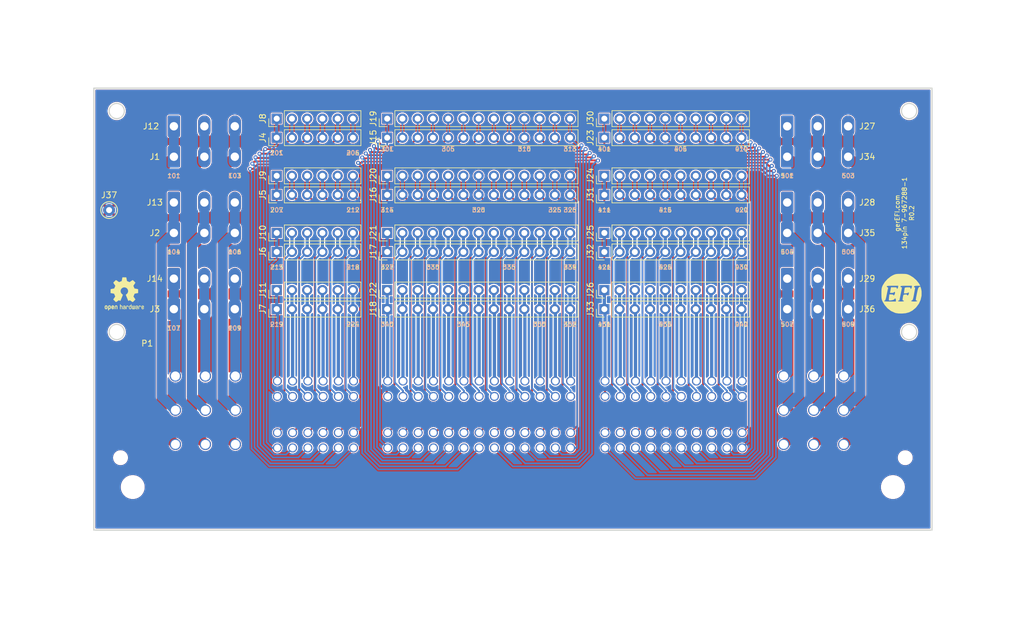
<source format=kicad_pcb>
(kicad_pcb (version 20171130) (host pcbnew "(5.1.6)-1")
  (title_block (title "134pin 7-967288-1 Breakout board") (date 2020-08-21) (rev R0.2))
  (layers (0 F.Cu signal) (31 B.Cu signal) (34 B.Paste user) (35 F.Paste user) (36 B.SilkS user) (37 F.SilkS user) (38 B.Mask user) (39 F.Mask user) (44 Edge.Cuts user))
  (net 0 "")
  (net 1 "Net-(J1-Pad2)")
  (net 2 "Net-(J5-Pad5)")
  (net 3 "Net-(J5-Pad4)")
  (net 4 "Net-(J5-Pad3)")
  (net 5 "Net-(J5-Pad2)")
  (net 6 "Net-(J11-Pad5)")
  (net 7 "Net-(J11-Pad4)")
  (net 8 "Net-(J11-Pad3)")
  (net 9 "Net-(J11-Pad2)")
  (net 10 "Net-(J10-Pad5)")
  (net 11 "Net-(J10-Pad4)")
  (net 12 "Net-(J10-Pad3)")
  (net 13 "Net-(J10-Pad2)")
  (net 14 "Net-(J13-Pad2)")
  (net 15 "Net-(J14-Pad2)")
  (net 16 "Net-(J4-Pad5)")
  (net 17 "Net-(J4-Pad4)")
  (net 18 "Net-(J4-Pad3)")
  (net 19 "Net-(J4-Pad2)")
  (net 20 "Net-(J15-Pad12)")
  (net 21 "Net-(J15-Pad11)")
  (net 22 "Net-(J15-Pad9)")
  (net 23 "Net-(J15-Pad8)")
  (net 24 "Net-(J15-Pad7)")
  (net 25 "Net-(J15-Pad6)")
  (net 26 "Net-(J15-Pad4)")
  (net 27 "Net-(J15-Pad3)")
  (net 28 "Net-(J15-Pad2)")
  (net 29 "Net-(J16-Pad11)")
  (net 30 "Net-(J16-Pad10)")
  (net 31 "Net-(J16-Pad9)")
  (net 32 "Net-(J16-Pad8)")
  (net 33 "Net-(J16-Pad6)")
  (net 34 "Net-(J16-Pad5)")
  (net 35 "Net-(J16-Pad4)")
  (net 36 "Net-(J16-Pad3)")
  (net 37 "Net-(J17-Pad2)")
  (net 38 "Net-(J17-Pad3)")
  (net 39 "Net-(J17-Pad5)")
  (net 40 "Net-(J17-Pad6)")
  (net 41 "Net-(J17-Pad7)")
  (net 42 "Net-(J17-Pad8)")
  (net 43 "Net-(J17-Pad10)")
  (net 44 "Net-(J17-Pad11)")
  (net 45 "Net-(J17-Pad12)")
  (net 46 "Net-(J18-Pad2)")
  (net 47 "Net-(J18-Pad3)")
  (net 48 "Net-(J18-Pad4)")
  (net 49 "Net-(J18-Pad5)")
  (net 50 "Net-(J18-Pad7)")
  (net 51 "Net-(J18-Pad8)")
  (net 52 "Net-(J18-Pad9)")
  (net 53 "Net-(J18-Pad10)")
  (net 54 "Net-(J18-Pad12)")
  (net 55 "Net-(J23-Pad9)")
  (net 56 "Net-(J23-Pad8)")
  (net 57 "Net-(J23-Pad7)")
  (net 58 "Net-(J23-Pad6)")
  (net 59 "Net-(J23-Pad4)")
  (net 60 "Net-(J23-Pad3)")
  (net 61 "Net-(J23-Pad2)")
  (net 62 "Net-(J24-Pad9)")
  (net 63 "Net-(J24-Pad8)")
  (net 64 "Net-(J24-Pad7)")
  (net 65 "Net-(J24-Pad6)")
  (net 66 "Net-(J24-Pad4)")
  (net 67 "Net-(J24-Pad3)")
  (net 68 "Net-(J24-Pad2)")
  (net 69 "Net-(J25-Pad2)")
  (net 70 "Net-(J25-Pad3)")
  (net 71 "Net-(J25-Pad4)")
  (net 72 "Net-(J25-Pad6)")
  (net 73 "Net-(J25-Pad7)")
  (net 74 "Net-(J25-Pad8)")
  (net 75 "Net-(J25-Pad9)")
  (net 76 "Net-(J26-Pad2)")
  (net 77 "Net-(J26-Pad3)")
  (net 78 "Net-(J26-Pad4)")
  (net 79 "Net-(J26-Pad6)")
  (net 80 "Net-(J26-Pad7)")
  (net 81 "Net-(J26-Pad8)")
  (net 82 "Net-(J26-Pad9)")
  (net 83 "Net-(J27-Pad2)")
  (net 84 "Net-(J28-Pad2)")
  (net 85 "Net-(J29-Pad2)")
  (net 86 GND)
  (net 87 /101)
  (net 88 /109)
  (net 89 /206)
  (net 90 /201)
  (net 91 /212)
  (net 92 /207)
  (net 93 /213)
  (net 94 /218)
  (net 95 /219)
  (net 96 /224)
  (net 97 /313)
  (net 98 /310)
  (net 99 /305)
  (net 100 /301)
  (net 101 /326)
  (net 102 /325)
  (net 103 /320)
  (net 104 /315)
  (net 105 /314)
  (net 106 /327)
  (net 107 /330)
  (net 108 /335)
  (net 109 /339)
  (net 110 /340)
  (net 111 /345)
  (net 112 /350)
  (net 113 /352)
  (net 114 /410)
  (net 115 /405)
  (net 116 /401)
  (net 117 /420)
  (net 118 /415)
  (net 119 /411)
  (net 120 /421)
  (net 121 /425)
  (net 122 /430)
  (net 123 /431)
  (net 124 /435)
  (net 125 /440)
  (net 126 /503)
  (net 127 /501)
  (net 128 /506)
  (net 129 /504)
  (net 130 /507)
  (net 131 /509)
  (net 132 /103)
  (net 133 /106)
  (net 134 /104)
  (net 135 /107)
  (module Connector_Phoenix_MSTB:PhoenixContact_MSTBA_2,5_3-G-5,08_1x03_P5.08mm_Horizontal (layer F.Cu) (at 191.77 69.85)
    (fp_text reference J27 (at 13.335 0) (layer F.SilkS))
    (fp_text value Conn_01x03)
    (pad 3 thru_hole oval (at 10.16 0) (size 2.08 3.6) (drill 1.4) (layers *.Cu *.Mask) (net 126 /503))
    (pad 2 thru_hole oval (at 5.08 0) (size 2.08 3.6) (drill 1.4) (layers *.Cu *.Mask) (net 83 "Net-(J27-Pad2)"))
    (pad 1 thru_hole roundrect (at 0 0) (size 2.08 3.6) (drill 1.4) (layers *.Cu *.Mask) (roundrect_rratio 0.120192) (net 127 /501))
  )
  (module Connector_Phoenix_MSTB:PhoenixContact_MSTBA_2,5_3-G-5,08_1x03_P5.08mm_Horizontal (layer F.Cu) (at 89.535 95.25)
    (fp_text reference J14 (at -3.175 0) (layer F.SilkS))
    (fp_text value Conn_01x03)
    (pad 1 thru_hole roundrect (at 0 0) (size 2.08 3.6) (drill 1.4) (layers *.Cu *.Mask) (roundrect_rratio 0.120192) (net 135 /107))
    (pad 2 thru_hole oval (at 5.08 0) (size 2.08 3.6) (drill 1.4) (layers *.Cu *.Mask) (net 15 "Net-(J14-Pad2)"))
    (pad 3 thru_hole oval (at 10.16 0) (size 2.08 3.6) (drill 1.4) (layers *.Cu *.Mask) (net 88 /109))
  )
  (module Connector_Phoenix_MSTB:PhoenixContact_MSTBA_2,5_3-G-5,08_1x03_P5.08mm_Horizontal (layer F.Cu) (at 89.535 100.33)
    (fp_text reference J3 (at -3.175 0) (layer F.SilkS))
    (fp_text value Conn_01x03)
    (pad 1 thru_hole roundrect (at 0 0) (size 2.08 3.6) (drill 1.4) (layers *.Cu *.Mask) (roundrect_rratio 0.120192) (net 135 /107))
    (pad 2 thru_hole oval (at 5.08 0) (size 2.08 3.6) (drill 1.4) (layers *.Cu *.Mask) (net 15 "Net-(J14-Pad2)"))
    (pad 3 thru_hole oval (at 10.16 0) (size 2.08 3.6) (drill 1.4) (layers *.Cu *.Mask) (net 88 /109))
  )
  (module Connector_Phoenix_MSTB:PhoenixContact_MSTBA_2,5_3-G-5,08_1x03_P5.08mm_Horizontal (layer F.Cu) (at 89.535 87.63)
    (fp_text reference J2 (at -3.175 0) (layer F.SilkS))
    (fp_text value Conn_01x03)
    (pad 3 thru_hole oval (at 10.16 0) (size 2.08 3.6) (drill 1.4) (layers *.Cu *.Mask) (net 133 /106))
    (pad 2 thru_hole oval (at 5.08 0) (size 2.08 3.6) (drill 1.4) (layers *.Cu *.Mask) (net 14 "Net-(J13-Pad2)"))
    (pad 1 thru_hole roundrect (at 0 0) (size 2.08 3.6) (drill 1.4) (layers *.Cu *.Mask) (roundrect_rratio 0.120192) (net 134 /104))
  )
  (module Connector_Phoenix_MSTB:PhoenixContact_MSTBA_2,5_3-G-5,08_1x03_P5.08mm_Horizontal (layer F.Cu) (at 89.535 82.55)
    (fp_text reference J13 (at -3.175 0) (layer F.SilkS))
    (fp_text value Conn_01x03)
    (pad 3 thru_hole oval (at 10.16 0) (size 2.08 3.6) (drill 1.4) (layers *.Cu *.Mask) (net 133 /106))
    (pad 2 thru_hole oval (at 5.08 0) (size 2.08 3.6) (drill 1.4) (layers *.Cu *.Mask) (net 14 "Net-(J13-Pad2)"))
    (pad 1 thru_hole roundrect (at 0 0) (size 2.08 3.6) (drill 1.4) (layers *.Cu *.Mask) (roundrect_rratio 0.120192) (net 134 /104))
  )
  (module Connector_Phoenix_MSTB:PhoenixContact_MSTBA_2,5_3-G-5,08_1x03_P5.08mm_Horizontal (layer F.Cu) (at 89.535 69.85)
    (fp_text reference J12 (at -3.81 0) (layer F.SilkS))
    (fp_text value Conn_01x03)
    (pad 1 thru_hole roundrect (at 0 0) (size 2.08 3.6) (drill 1.4) (layers *.Cu *.Mask) (roundrect_rratio 0.120192) (net 87 /101))
    (pad 2 thru_hole oval (at 5.08 0) (size 2.08 3.6) (drill 1.4) (layers *.Cu *.Mask) (net 1 "Net-(J1-Pad2)"))
    (pad 3 thru_hole oval (at 10.16 0) (size 2.08 3.6) (drill 1.4) (layers *.Cu *.Mask) (net 132 /103))
  )
  (module Connector_Phoenix_MSTB:PhoenixContact_MSTBA_2,5_3-G-5,08_1x03_P5.08mm_Horizontal (layer F.Cu) (at 89.535 74.93)
    (fp_text reference J1 (at -3.175 0) (layer F.SilkS))
    (fp_text value Conn_01x03)
    (pad 3 thru_hole oval (at 10.16 0) (size 2.08 3.6) (drill 1.4) (layers *.Cu *.Mask) (net 132 /103))
    (pad 2 thru_hole oval (at 5.08 0) (size 2.08 3.6) (drill 1.4) (layers *.Cu *.Mask) (net 1 "Net-(J1-Pad2)"))
    (pad 1 thru_hole roundrect (at 0 0) (size 2.08 3.6) (drill 1.4) (layers *.Cu *.Mask) (roundrect_rratio 0.120192) (net 87 /101))
  )
  (module Connector_Phoenix_MSTB:PhoenixContact_MSTBA_2,5_3-G-5,08_1x03_P5.08mm_Horizontal (layer F.Cu) (at 191.77 74.93)
    (fp_text reference J34 (at 13.335 0) (layer F.SilkS))
    (fp_text value Conn_01x03)
    (pad 1 thru_hole roundrect (at 0 0) (size 2.08 3.6) (drill 1.4) (layers *.Cu *.Mask) (roundrect_rratio 0.120192) (net 127 /501))
    (pad 2 thru_hole oval (at 5.08 0) (size 2.08 3.6) (drill 1.4) (layers *.Cu *.Mask) (net 83 "Net-(J27-Pad2)"))
    (pad 3 thru_hole oval (at 10.16 0) (size 2.08 3.6) (drill 1.4) (layers *.Cu *.Mask) (net 126 /503))
  )
  (module Connector_Phoenix_MSTB:PhoenixContact_MSTBA_2,5_3-G-5,08_1x03_P5.08mm_Horizontal (layer F.Cu) (at 191.77 82.55)
    (fp_text reference J28 (at 13.335 0) (layer F.SilkS))
    (fp_text value Conn_01x03)
    (pad 3 thru_hole oval (at 10.16 0) (size 2.08 3.6) (drill 1.4) (layers *.Cu *.Mask) (net 128 /506))
    (pad 2 thru_hole oval (at 5.08 0) (size 2.08 3.6) (drill 1.4) (layers *.Cu *.Mask) (net 84 "Net-(J28-Pad2)"))
    (pad 1 thru_hole roundrect (at 0 0) (size 2.08 3.6) (drill 1.4) (layers *.Cu *.Mask) (roundrect_rratio 0.120192) (net 129 /504))
  )
  (module Connector_Phoenix_MSTB:PhoenixContact_MSTBA_2,5_3-G-5,08_1x03_P5.08mm_Horizontal (layer F.Cu) (at 191.77 87.63)
    (fp_text reference J35 (at 13.335 0) (layer F.SilkS))
    (fp_text value Conn_01x03)
    (pad 3 thru_hole oval (at 10.16 0) (size 2.08 3.6) (drill 1.4) (layers *.Cu *.Mask) (net 128 /506))
    (pad 2 thru_hole oval (at 5.08 0) (size 2.08 3.6) (drill 1.4) (layers *.Cu *.Mask) (net 84 "Net-(J28-Pad2)"))
    (pad 1 thru_hole roundrect (at 0 0) (size 2.08 3.6) (drill 1.4) (layers *.Cu *.Mask) (roundrect_rratio 0.120192) (net 129 /504))
  )
  (module Connector_Phoenix_MSTB:PhoenixContact_MSTBA_2,5_3-G-5,08_1x03_P5.08mm_Horizontal (layer F.Cu) (at 191.77 100.33)
    (fp_text reference J36 (at 13.335 0) (layer F.SilkS))
    (fp_text value Conn_01x03)
    (pad 1 thru_hole roundrect (at 0 0) (size 2.08 3.6) (drill 1.4) (layers *.Cu *.Mask) (roundrect_rratio 0.120192) (net 130 /507))
    (pad 2 thru_hole oval (at 5.08 0) (size 2.08 3.6) (drill 1.4) (layers *.Cu *.Mask) (net 85 "Net-(J29-Pad2)"))
    (pad 3 thru_hole oval (at 10.16 0) (size 2.08 3.6) (drill 1.4) (layers *.Cu *.Mask) (net 131 /509))
  )
  (module Connector_Phoenix_MSTB:PhoenixContact_MSTBA_2,5_3-G-5,08_1x03_P5.08mm_Horizontal (layer F.Cu) (at 191.77 95.25)
    (fp_text reference J29 (at 13.335 0) (layer F.SilkS))
    (fp_text value Conn_01x03)
    (pad 1 thru_hole roundrect (at 0 0) (size 2.08 3.6) (drill 1.4) (layers *.Cu *.Mask) (roundrect_rratio 0.120192) (net 130 /507))
    (pad 2 thru_hole oval (at 5.08 0) (size 2.08 3.6) (drill 1.4) (layers *.Cu *.Mask) (net 85 "Net-(J29-Pad2)"))
    (pad 3 thru_hole oval (at 10.16 0) (size 2.08 3.6) (drill 1.4) (layers *.Cu *.Mask) (net 131 /509))
  )
  (module Connector_PinHeader_2.54mm:PinHeader_1x06_P2.54mm_Vertical (layer F.Cu) (at 106.68 71.755 90)
    (fp_text reference J4 (at 0 -2.33 90) (layer F.SilkS))
    (fp_text value Conn_01x06)
    (pad 6 thru_hole oval (at 0 12.7 90) (size 1.7 1.7) (drill 1) (layers *.Cu *.Mask) (net 89 /206))
    (pad 5 thru_hole oval (at 0 10.16 90) (size 1.7 1.7) (drill 1) (layers *.Cu *.Mask) (net 16 "Net-(J4-Pad5)"))
    (pad 4 thru_hole oval (at 0 7.62 90) (size 1.7 1.7) (drill 1) (layers *.Cu *.Mask) (net 17 "Net-(J4-Pad4)"))
    (pad 3 thru_hole oval (at 0 5.08 90) (size 1.7 1.7) (drill 1) (layers *.Cu *.Mask) (net 18 "Net-(J4-Pad3)"))
    (pad 2 thru_hole oval (at 0 2.54 90) (size 1.7 1.7) (drill 1) (layers *.Cu *.Mask) (net 19 "Net-(J4-Pad2)"))
    (pad 1 thru_hole rect (at 0 0 90) (size 1.7 1.7) (drill 1) (layers *.Cu *.Mask) (net 90 /201))
  )
  (module Connector_PinHeader_2.54mm:PinHeader_1x06_P2.54mm_Vertical (layer F.Cu) (at 106.68 81.28 90)
    (fp_text reference J5 (at 0 -2.33 90) (layer F.SilkS))
    (fp_text value Conn_01x06)
    (pad 6 thru_hole oval (at 0 12.7 90) (size 1.7 1.7) (drill 1) (layers *.Cu *.Mask) (net 91 /212))
    (pad 5 thru_hole oval (at 0 10.16 90) (size 1.7 1.7) (drill 1) (layers *.Cu *.Mask) (net 2 "Net-(J5-Pad5)"))
    (pad 4 thru_hole oval (at 0 7.62 90) (size 1.7 1.7) (drill 1) (layers *.Cu *.Mask) (net 3 "Net-(J5-Pad4)"))
    (pad 3 thru_hole oval (at 0 5.08 90) (size 1.7 1.7) (drill 1) (layers *.Cu *.Mask) (net 4 "Net-(J5-Pad3)"))
    (pad 2 thru_hole oval (at 0 2.54 90) (size 1.7 1.7) (drill 1) (layers *.Cu *.Mask) (net 5 "Net-(J5-Pad2)"))
    (pad 1 thru_hole rect (at 0 0 90) (size 1.7 1.7) (drill 1) (layers *.Cu *.Mask) (net 92 /207))
  )
  (module Connector_PinHeader_2.54mm:PinHeader_1x06_P2.54mm_Vertical (layer F.Cu) (at 106.68 90.805 90)
    (fp_text reference J6 (at 0 -2.33 90) (layer F.SilkS))
    (fp_text value Conn_01x06)
    (pad 1 thru_hole rect (at 0 0 90) (size 1.7 1.7) (drill 1) (layers *.Cu *.Mask) (net 93 /213))
    (pad 2 thru_hole oval (at 0 2.54 90) (size 1.7 1.7) (drill 1) (layers *.Cu *.Mask) (net 13 "Net-(J10-Pad2)"))
    (pad 3 thru_hole oval (at 0 5.08 90) (size 1.7 1.7) (drill 1) (layers *.Cu *.Mask) (net 12 "Net-(J10-Pad3)"))
    (pad 4 thru_hole oval (at 0 7.62 90) (size 1.7 1.7) (drill 1) (layers *.Cu *.Mask) (net 11 "Net-(J10-Pad4)"))
    (pad 5 thru_hole oval (at 0 10.16 90) (size 1.7 1.7) (drill 1) (layers *.Cu *.Mask) (net 10 "Net-(J10-Pad5)"))
    (pad 6 thru_hole oval (at 0 12.7 90) (size 1.7 1.7) (drill 1) (layers *.Cu *.Mask) (net 94 /218))
  )
  (module Connector_PinHeader_2.54mm:PinHeader_1x06_P2.54mm_Vertical (layer F.Cu) (at 106.68 100.33 90)
    (fp_text reference J7 (at 0 -2.33 90) (layer F.SilkS))
    (fp_text value Conn_01x06)
    (pad 1 thru_hole rect (at 0 0 90) (size 1.7 1.7) (drill 1) (layers *.Cu *.Mask) (net 95 /219))
    (pad 2 thru_hole oval (at 0 2.54 90) (size 1.7 1.7) (drill 1) (layers *.Cu *.Mask) (net 9 "Net-(J11-Pad2)"))
    (pad 3 thru_hole oval (at 0 5.08 90) (size 1.7 1.7) (drill 1) (layers *.Cu *.Mask) (net 8 "Net-(J11-Pad3)"))
    (pad 4 thru_hole oval (at 0 7.62 90) (size 1.7 1.7) (drill 1) (layers *.Cu *.Mask) (net 7 "Net-(J11-Pad4)"))
    (pad 5 thru_hole oval (at 0 10.16 90) (size 1.7 1.7) (drill 1) (layers *.Cu *.Mask) (net 6 "Net-(J11-Pad5)"))
    (pad 6 thru_hole oval (at 0 12.7 90) (size 1.7 1.7) (drill 1) (layers *.Cu *.Mask) (net 96 /224))
  )
  (module Connector_PinHeader_2.54mm:PinHeader_1x06_P2.54mm_Vertical (layer F.Cu) (at 106.68 68.58 90)
    (fp_text reference J8 (at 0 -2.33 90) (layer F.SilkS))
    (fp_text value Conn_01x06)
    (pad 1 thru_hole rect (at 0 0 90) (size 1.7 1.7) (drill 1) (layers *.Cu *.Mask) (net 90 /201))
    (pad 2 thru_hole oval (at 0 2.54 90) (size 1.7 1.7) (drill 1) (layers *.Cu *.Mask) (net 19 "Net-(J4-Pad2)"))
    (pad 3 thru_hole oval (at 0 5.08 90) (size 1.7 1.7) (drill 1) (layers *.Cu *.Mask) (net 18 "Net-(J4-Pad3)"))
    (pad 4 thru_hole oval (at 0 7.62 90) (size 1.7 1.7) (drill 1) (layers *.Cu *.Mask) (net 17 "Net-(J4-Pad4)"))
    (pad 5 thru_hole oval (at 0 10.16 90) (size 1.7 1.7) (drill 1) (layers *.Cu *.Mask) (net 16 "Net-(J4-Pad5)"))
    (pad 6 thru_hole oval (at 0 12.7 90) (size 1.7 1.7) (drill 1) (layers *.Cu *.Mask) (net 89 /206))
  )
  (module Connector_PinHeader_2.54mm:PinHeader_1x06_P2.54mm_Vertical (layer F.Cu) (at 106.68 78.105 90)
    (fp_text reference J9 (at 0 -2.33 90) (layer F.SilkS))
    (fp_text value Conn_01x06)
    (pad 6 thru_hole oval (at 0 12.7 90) (size 1.7 1.7) (drill 1) (layers *.Cu *.Mask) (net 91 /212))
    (pad 5 thru_hole oval (at 0 10.16 90) (size 1.7 1.7) (drill 1) (layers *.Cu *.Mask) (net 2 "Net-(J5-Pad5)"))
    (pad 4 thru_hole oval (at 0 7.62 90) (size 1.7 1.7) (drill 1) (layers *.Cu *.Mask) (net 3 "Net-(J5-Pad4)"))
    (pad 3 thru_hole oval (at 0 5.08 90) (size 1.7 1.7) (drill 1) (layers *.Cu *.Mask) (net 4 "Net-(J5-Pad3)"))
    (pad 2 thru_hole oval (at 0 2.54 90) (size 1.7 1.7) (drill 1) (layers *.Cu *.Mask) (net 5 "Net-(J5-Pad2)"))
    (pad 1 thru_hole rect (at 0 0 90) (size 1.7 1.7) (drill 1) (layers *.Cu *.Mask) (net 92 /207))
  )
  (module Connector_PinHeader_2.54mm:PinHeader_1x06_P2.54mm_Vertical (layer F.Cu) (at 106.68 87.63 90)
    (fp_text reference J10 (at 0 -2.33 90) (layer F.SilkS))
    (fp_text value Conn_01x06)
    (pad 1 thru_hole rect (at 0 0 90) (size 1.7 1.7) (drill 1) (layers *.Cu *.Mask) (net 93 /213))
    (pad 2 thru_hole oval (at 0 2.54 90) (size 1.7 1.7) (drill 1) (layers *.Cu *.Mask) (net 13 "Net-(J10-Pad2)"))
    (pad 3 thru_hole oval (at 0 5.08 90) (size 1.7 1.7) (drill 1) (layers *.Cu *.Mask) (net 12 "Net-(J10-Pad3)"))
    (pad 4 thru_hole oval (at 0 7.62 90) (size 1.7 1.7) (drill 1) (layers *.Cu *.Mask) (net 11 "Net-(J10-Pad4)"))
    (pad 5 thru_hole oval (at 0 10.16 90) (size 1.7 1.7) (drill 1) (layers *.Cu *.Mask) (net 10 "Net-(J10-Pad5)"))
    (pad 6 thru_hole oval (at 0 12.7 90) (size 1.7 1.7) (drill 1) (layers *.Cu *.Mask) (net 94 /218))
  )
  (module Connector_PinHeader_2.54mm:PinHeader_1x06_P2.54mm_Vertical (layer F.Cu) (at 106.68 97.155 90)
    (fp_text reference J11 (at 0 -2.33 90) (layer F.SilkS))
    (fp_text value Conn_01x06)
    (pad 6 thru_hole oval (at 0 12.7 90) (size 1.7 1.7) (drill 1) (layers *.Cu *.Mask) (net 96 /224))
    (pad 5 thru_hole oval (at 0 10.16 90) (size 1.7 1.7) (drill 1) (layers *.Cu *.Mask) (net 6 "Net-(J11-Pad5)"))
    (pad 4 thru_hole oval (at 0 7.62 90) (size 1.7 1.7) (drill 1) (layers *.Cu *.Mask) (net 7 "Net-(J11-Pad4)"))
    (pad 3 thru_hole oval (at 0 5.08 90) (size 1.7 1.7) (drill 1) (layers *.Cu *.Mask) (net 8 "Net-(J11-Pad3)"))
    (pad 2 thru_hole oval (at 0 2.54 90) (size 1.7 1.7) (drill 1) (layers *.Cu *.Mask) (net 9 "Net-(J11-Pad2)"))
    (pad 1 thru_hole rect (at 0 0 90) (size 1.7 1.7) (drill 1) (layers *.Cu *.Mask) (net 95 /219))
  )
  (module Connector_PinHeader_2.54mm:PinHeader_1x13_P2.54mm_Vertical (layer F.Cu) (at 125.095 71.755 90)
    (fp_text reference J15 (at 0 -2.33 90) (layer F.SilkS))
    (fp_text value Conn_01x13)
    (pad 13 thru_hole oval (at 0 30.48 90) (size 1.7 1.7) (drill 1) (layers *.Cu *.Mask) (net 97 /313))
    (pad 12 thru_hole oval (at 0 27.94 90) (size 1.7 1.7) (drill 1) (layers *.Cu *.Mask) (net 20 "Net-(J15-Pad12)"))
    (pad 11 thru_hole oval (at 0 25.4 90) (size 1.7 1.7) (drill 1) (layers *.Cu *.Mask) (net 21 "Net-(J15-Pad11)"))
    (pad 10 thru_hole oval (at 0 22.86 90) (size 1.7 1.7) (drill 1) (layers *.Cu *.Mask) (net 98 /310))
    (pad 9 thru_hole oval (at 0 20.32 90) (size 1.7 1.7) (drill 1) (layers *.Cu *.Mask) (net 22 "Net-(J15-Pad9)"))
    (pad 8 thru_hole oval (at 0 17.78 90) (size 1.7 1.7) (drill 1) (layers *.Cu *.Mask) (net 23 "Net-(J15-Pad8)"))
    (pad 7 thru_hole oval (at 0 15.24 90) (size 1.7 1.7) (drill 1) (layers *.Cu *.Mask) (net 24 "Net-(J15-Pad7)"))
    (pad 6 thru_hole oval (at 0 12.7 90) (size 1.7 1.7) (drill 1) (layers *.Cu *.Mask) (net 25 "Net-(J15-Pad6)"))
    (pad 5 thru_hole oval (at 0 10.16 90) (size 1.7 1.7) (drill 1) (layers *.Cu *.Mask) (net 99 /305))
    (pad 4 thru_hole oval (at 0 7.62 90) (size 1.7 1.7) (drill 1) (layers *.Cu *.Mask) (net 26 "Net-(J15-Pad4)"))
    (pad 3 thru_hole oval (at 0 5.08 90) (size 1.7 1.7) (drill 1) (layers *.Cu *.Mask) (net 27 "Net-(J15-Pad3)"))
    (pad 2 thru_hole oval (at 0 2.54 90) (size 1.7 1.7) (drill 1) (layers *.Cu *.Mask) (net 28 "Net-(J15-Pad2)"))
    (pad 1 thru_hole rect (at 0 0 90) (size 1.7 1.7) (drill 1) (layers *.Cu *.Mask) (net 100 /301))
  )
  (module Connector_PinHeader_2.54mm:PinHeader_1x13_P2.54mm_Vertical (layer F.Cu) (at 125.095 81.28 90)
    (fp_text reference J16 (at 0 -2.33 90) (layer F.SilkS))
    (fp_text value Conn_01x13)
    (pad 13 thru_hole oval (at 0 30.48 90) (size 1.7 1.7) (drill 1) (layers *.Cu *.Mask) (net 101 /326))
    (pad 12 thru_hole oval (at 0 27.94 90) (size 1.7 1.7) (drill 1) (layers *.Cu *.Mask) (net 102 /325))
    (pad 11 thru_hole oval (at 0 25.4 90) (size 1.7 1.7) (drill 1) (layers *.Cu *.Mask) (net 29 "Net-(J16-Pad11)"))
    (pad 10 thru_hole oval (at 0 22.86 90) (size 1.7 1.7) (drill 1) (layers *.Cu *.Mask) (net 30 "Net-(J16-Pad10)"))
    (pad 9 thru_hole oval (at 0 20.32 90) (size 1.7 1.7) (drill 1) (layers *.Cu *.Mask) (net 31 "Net-(J16-Pad9)"))
    (pad 8 thru_hole oval (at 0 17.78 90) (size 1.7 1.7) (drill 1) (layers *.Cu *.Mask) (net 32 "Net-(J16-Pad8)"))
    (pad 7 thru_hole oval (at 0 15.24 90) (size 1.7 1.7) (drill 1) (layers *.Cu *.Mask) (net 103 /320))
    (pad 6 thru_hole oval (at 0 12.7 90) (size 1.7 1.7) (drill 1) (layers *.Cu *.Mask) (net 33 "Net-(J16-Pad6)"))
    (pad 5 thru_hole oval (at 0 10.16 90) (size 1.7 1.7) (drill 1) (layers *.Cu *.Mask) (net 34 "Net-(J16-Pad5)"))
    (pad 4 thru_hole oval (at 0 7.62 90) (size 1.7 1.7) (drill 1) (layers *.Cu *.Mask) (net 35 "Net-(J16-Pad4)"))
    (pad 3 thru_hole oval (at 0 5.08 90) (size 1.7 1.7) (drill 1) (layers *.Cu *.Mask) (net 36 "Net-(J16-Pad3)"))
    (pad 2 thru_hole oval (at 0 2.54 90) (size 1.7 1.7) (drill 1) (layers *.Cu *.Mask) (net 104 /315))
    (pad 1 thru_hole rect (at 0 0 90) (size 1.7 1.7) (drill 1) (layers *.Cu *.Mask) (net 105 /314))
  )
  (module Connector_PinHeader_2.54mm:PinHeader_1x13_P2.54mm_Vertical (layer F.Cu) (at 125.095 90.805 90)
    (fp_text reference J17 (at 0 -2.33 90) (layer F.SilkS))
    (fp_text value Conn_01x13)
    (pad 1 thru_hole rect (at 0 0 90) (size 1.7 1.7) (drill 1) (layers *.Cu *.Mask) (net 106 /327))
    (pad 2 thru_hole oval (at 0 2.54 90) (size 1.7 1.7) (drill 1) (layers *.Cu *.Mask) (net 37 "Net-(J17-Pad2)"))
    (pad 3 thru_hole oval (at 0 5.08 90) (size 1.7 1.7) (drill 1) (layers *.Cu *.Mask) (net 38 "Net-(J17-Pad3)"))
    (pad 4 thru_hole oval (at 0 7.62 90) (size 1.7 1.7) (drill 1) (layers *.Cu *.Mask) (net 107 /330))
    (pad 5 thru_hole oval (at 0 10.16 90) (size 1.7 1.7) (drill 1) (layers *.Cu *.Mask) (net 39 "Net-(J17-Pad5)"))
    (pad 6 thru_hole oval (at 0 12.7 90) (size 1.7 1.7) (drill 1) (layers *.Cu *.Mask) (net 40 "Net-(J17-Pad6)"))
    (pad 7 thru_hole oval (at 0 15.24 90) (size 1.7 1.7) (drill 1) (layers *.Cu *.Mask) (net 41 "Net-(J17-Pad7)"))
    (pad 8 thru_hole oval (at 0 17.78 90) (size 1.7 1.7) (drill 1) (layers *.Cu *.Mask) (net 42 "Net-(J17-Pad8)"))
    (pad 9 thru_hole oval (at 0 20.32 90) (size 1.7 1.7) (drill 1) (layers *.Cu *.Mask) (net 108 /335))
    (pad 10 thru_hole oval (at 0 22.86 90) (size 1.7 1.7) (drill 1) (layers *.Cu *.Mask) (net 43 "Net-(J17-Pad10)"))
    (pad 11 thru_hole oval (at 0 25.4 90) (size 1.7 1.7) (drill 1) (layers *.Cu *.Mask) (net 44 "Net-(J17-Pad11)"))
    (pad 12 thru_hole oval (at 0 27.94 90) (size 1.7 1.7) (drill 1) (layers *.Cu *.Mask) (net 45 "Net-(J17-Pad12)"))
    (pad 13 thru_hole oval (at 0 30.48 90) (size 1.7 1.7) (drill 1) (layers *.Cu *.Mask) (net 109 /339))
  )
  (module Connector_PinHeader_2.54mm:PinHeader_1x13_P2.54mm_Vertical (layer F.Cu) (at 125.095 100.33 90)
    (fp_text reference J18 (at 0 -2.33 90) (layer F.SilkS))
    (fp_text value Conn_01x13)
    (pad 1 thru_hole rect (at 0 0 90) (size 1.7 1.7) (drill 1) (layers *.Cu *.Mask) (net 110 /340))
    (pad 2 thru_hole oval (at 0 2.54 90) (size 1.7 1.7) (drill 1) (layers *.Cu *.Mask) (net 46 "Net-(J18-Pad2)"))
    (pad 3 thru_hole oval (at 0 5.08 90) (size 1.7 1.7) (drill 1) (layers *.Cu *.Mask) (net 47 "Net-(J18-Pad3)"))
    (pad 4 thru_hole oval (at 0 7.62 90) (size 1.7 1.7) (drill 1) (layers *.Cu *.Mask) (net 48 "Net-(J18-Pad4)"))
    (pad 5 thru_hole oval (at 0 10.16 90) (size 1.7 1.7) (drill 1) (layers *.Cu *.Mask) (net 49 "Net-(J18-Pad5)"))
    (pad 6 thru_hole oval (at 0 12.7 90) (size 1.7 1.7) (drill 1) (layers *.Cu *.Mask) (net 111 /345))
    (pad 7 thru_hole oval (at 0 15.24 90) (size 1.7 1.7) (drill 1) (layers *.Cu *.Mask) (net 50 "Net-(J18-Pad7)"))
    (pad 8 thru_hole oval (at 0 17.78 90) (size 1.7 1.7) (drill 1) (layers *.Cu *.Mask) (net 51 "Net-(J18-Pad8)"))
    (pad 9 thru_hole oval (at 0 20.32 90) (size 1.7 1.7) (drill 1) (layers *.Cu *.Mask) (net 52 "Net-(J18-Pad9)"))
    (pad 10 thru_hole oval (at 0 22.86 90) (size 1.7 1.7) (drill 1) (layers *.Cu *.Mask) (net 53 "Net-(J18-Pad10)"))
    (pad 11 thru_hole oval (at 0 25.4 90) (size 1.7 1.7) (drill 1) (layers *.Cu *.Mask) (net 112 /350))
    (pad 12 thru_hole oval (at 0 27.94 90) (size 1.7 1.7) (drill 1) (layers *.Cu *.Mask) (net 54 "Net-(J18-Pad12)"))
    (pad 13 thru_hole oval (at 0 30.48 90) (size 1.7 1.7) (drill 1) (layers *.Cu *.Mask) (net 113 /352))
  )
  (module Connector_PinHeader_2.54mm:PinHeader_1x13_P2.54mm_Vertical (layer F.Cu) (at 125.095 68.58 90)
    (fp_text reference J19 (at 0 -2.33 90) (layer F.SilkS))
    (fp_text value Conn_01x13)
    (pad 1 thru_hole rect (at 0 0 90) (size 1.7 1.7) (drill 1) (layers *.Cu *.Mask) (net 100 /301))
    (pad 2 thru_hole oval (at 0 2.54 90) (size 1.7 1.7) (drill 1) (layers *.Cu *.Mask) (net 28 "Net-(J15-Pad2)"))
    (pad 3 thru_hole oval (at 0 5.08 90) (size 1.7 1.7) (drill 1) (layers *.Cu *.Mask) (net 27 "Net-(J15-Pad3)"))
    (pad 4 thru_hole oval (at 0 7.62 90) (size 1.7 1.7) (drill 1) (layers *.Cu *.Mask) (net 26 "Net-(J15-Pad4)"))
    (pad 5 thru_hole oval (at 0 10.16 90) (size 1.7 1.7) (drill 1) (layers *.Cu *.Mask) (net 99 /305))
    (pad 6 thru_hole oval (at 0 12.7 90) (size 1.7 1.7) (drill 1) (layers *.Cu *.Mask) (net 25 "Net-(J15-Pad6)"))
    (pad 7 thru_hole oval (at 0 15.24 90) (size 1.7 1.7) (drill 1) (layers *.Cu *.Mask) (net 24 "Net-(J15-Pad7)"))
    (pad 8 thru_hole oval (at 0 17.78 90) (size 1.7 1.7) (drill 1) (layers *.Cu *.Mask) (net 23 "Net-(J15-Pad8)"))
    (pad 9 thru_hole oval (at 0 20.32 90) (size 1.7 1.7) (drill 1) (layers *.Cu *.Mask) (net 22 "Net-(J15-Pad9)"))
    (pad 10 thru_hole oval (at 0 22.86 90) (size 1.7 1.7) (drill 1) (layers *.Cu *.Mask) (net 98 /310))
    (pad 11 thru_hole oval (at 0 25.4 90) (size 1.7 1.7) (drill 1) (layers *.Cu *.Mask) (net 21 "Net-(J15-Pad11)"))
    (pad 12 thru_hole oval (at 0 27.94 90) (size 1.7 1.7) (drill 1) (layers *.Cu *.Mask) (net 20 "Net-(J15-Pad12)"))
    (pad 13 thru_hole oval (at 0 30.48 90) (size 1.7 1.7) (drill 1) (layers *.Cu *.Mask) (net 97 /313))
  )
  (module Connector_PinHeader_2.54mm:PinHeader_1x13_P2.54mm_Vertical (layer F.Cu) (at 125.095 78.105 90)
    (fp_text reference J20 (at 0 -2.33 90) (layer F.SilkS))
    (fp_text value Conn_01x13)
    (pad 13 thru_hole oval (at 0 30.48 90) (size 1.7 1.7) (drill 1) (layers *.Cu *.Mask) (net 101 /326))
    (pad 12 thru_hole oval (at 0 27.94 90) (size 1.7 1.7) (drill 1) (layers *.Cu *.Mask) (net 102 /325))
    (pad 11 thru_hole oval (at 0 25.4 90) (size 1.7 1.7) (drill 1) (layers *.Cu *.Mask) (net 29 "Net-(J16-Pad11)"))
    (pad 10 thru_hole oval (at 0 22.86 90) (size 1.7 1.7) (drill 1) (layers *.Cu *.Mask) (net 30 "Net-(J16-Pad10)"))
    (pad 9 thru_hole oval (at 0 20.32 90) (size 1.7 1.7) (drill 1) (layers *.Cu *.Mask) (net 31 "Net-(J16-Pad9)"))
    (pad 8 thru_hole oval (at 0 17.78 90) (size 1.7 1.7) (drill 1) (layers *.Cu *.Mask) (net 32 "Net-(J16-Pad8)"))
    (pad 7 thru_hole oval (at 0 15.24 90) (size 1.7 1.7) (drill 1) (layers *.Cu *.Mask) (net 103 /320))
    (pad 6 thru_hole oval (at 0 12.7 90) (size 1.7 1.7) (drill 1) (layers *.Cu *.Mask) (net 33 "Net-(J16-Pad6)"))
    (pad 5 thru_hole oval (at 0 10.16 90) (size 1.7 1.7) (drill 1) (layers *.Cu *.Mask) (net 34 "Net-(J16-Pad5)"))
    (pad 4 thru_hole oval (at 0 7.62 90) (size 1.7 1.7) (drill 1) (layers *.Cu *.Mask) (net 35 "Net-(J16-Pad4)"))
    (pad 3 thru_hole oval (at 0 5.08 90) (size 1.7 1.7) (drill 1) (layers *.Cu *.Mask) (net 36 "Net-(J16-Pad3)"))
    (pad 2 thru_hole oval (at 0 2.54 90) (size 1.7 1.7) (drill 1) (layers *.Cu *.Mask) (net 104 /315))
    (pad 1 thru_hole rect (at 0 0 90) (size 1.7 1.7) (drill 1) (layers *.Cu *.Mask) (net 105 /314))
  )
  (module Connector_PinHeader_2.54mm:PinHeader_1x13_P2.54mm_Vertical (layer F.Cu) (at 125.095 87.63 90)
    (fp_text reference J21 (at 0 -2.33 90) (layer F.SilkS))
    (fp_text value Conn_01x13)
    (pad 1 thru_hole rect (at 0 0 90) (size 1.7 1.7) (drill 1) (layers *.Cu *.Mask) (net 106 /327))
    (pad 2 thru_hole oval (at 0 2.54 90) (size 1.7 1.7) (drill 1) (layers *.Cu *.Mask) (net 37 "Net-(J17-Pad2)"))
    (pad 3 thru_hole oval (at 0 5.08 90) (size 1.7 1.7) (drill 1) (layers *.Cu *.Mask) (net 38 "Net-(J17-Pad3)"))
    (pad 4 thru_hole oval (at 0 7.62 90) (size 1.7 1.7) (drill 1) (layers *.Cu *.Mask) (net 107 /330))
    (pad 5 thru_hole oval (at 0 10.16 90) (size 1.7 1.7) (drill 1) (layers *.Cu *.Mask) (net 39 "Net-(J17-Pad5)"))
    (pad 6 thru_hole oval (at 0 12.7 90) (size 1.7 1.7) (drill 1) (layers *.Cu *.Mask) (net 40 "Net-(J17-Pad6)"))
    (pad 7 thru_hole oval (at 0 15.24 90) (size 1.7 1.7) (drill 1) (layers *.Cu *.Mask) (net 41 "Net-(J17-Pad7)"))
    (pad 8 thru_hole oval (at 0 17.78 90) (size 1.7 1.7) (drill 1) (layers *.Cu *.Mask) (net 42 "Net-(J17-Pad8)"))
    (pad 9 thru_hole oval (at 0 20.32 90) (size 1.7 1.7) (drill 1) (layers *.Cu *.Mask) (net 108 /335))
    (pad 10 thru_hole oval (at 0 22.86 90) (size 1.7 1.7) (drill 1) (layers *.Cu *.Mask) (net 43 "Net-(J17-Pad10)"))
    (pad 11 thru_hole oval (at 0 25.4 90) (size 1.7 1.7) (drill 1) (layers *.Cu *.Mask) (net 44 "Net-(J17-Pad11)"))
    (pad 12 thru_hole oval (at 0 27.94 90) (size 1.7 1.7) (drill 1) (layers *.Cu *.Mask) (net 45 "Net-(J17-Pad12)"))
    (pad 13 thru_hole oval (at 0 30.48 90) (size 1.7 1.7) (drill 1) (layers *.Cu *.Mask) (net 109 /339))
  )
  (module Connector_PinHeader_2.54mm:PinHeader_1x13_P2.54mm_Vertical (layer F.Cu) (at 125.095 97.155 90)
    (fp_text reference J22 (at 0 -2.33 90) (layer F.SilkS))
    (fp_text value Conn_01x13)
    (pad 13 thru_hole oval (at 0 30.48 90) (size 1.7 1.7) (drill 1) (layers *.Cu *.Mask) (net 113 /352))
    (pad 12 thru_hole oval (at 0 27.94 90) (size 1.7 1.7) (drill 1) (layers *.Cu *.Mask) (net 54 "Net-(J18-Pad12)"))
    (pad 11 thru_hole oval (at 0 25.4 90) (size 1.7 1.7) (drill 1) (layers *.Cu *.Mask) (net 112 /350))
    (pad 10 thru_hole oval (at 0 22.86 90) (size 1.7 1.7) (drill 1) (layers *.Cu *.Mask) (net 53 "Net-(J18-Pad10)"))
    (pad 9 thru_hole oval (at 0 20.32 90) (size 1.7 1.7) (drill 1) (layers *.Cu *.Mask) (net 52 "Net-(J18-Pad9)"))
    (pad 8 thru_hole oval (at 0 17.78 90) (size 1.7 1.7) (drill 1) (layers *.Cu *.Mask) (net 51 "Net-(J18-Pad8)"))
    (pad 7 thru_hole oval (at 0 15.24 90) (size 1.7 1.7) (drill 1) (layers *.Cu *.Mask) (net 50 "Net-(J18-Pad7)"))
    (pad 6 thru_hole oval (at 0 12.7 90) (size 1.7 1.7) (drill 1) (layers *.Cu *.Mask) (net 111 /345))
    (pad 5 thru_hole oval (at 0 10.16 90) (size 1.7 1.7) (drill 1) (layers *.Cu *.Mask) (net 49 "Net-(J18-Pad5)"))
    (pad 4 thru_hole oval (at 0 7.62 90) (size 1.7 1.7) (drill 1) (layers *.Cu *.Mask) (net 48 "Net-(J18-Pad4)"))
    (pad 3 thru_hole oval (at 0 5.08 90) (size 1.7 1.7) (drill 1) (layers *.Cu *.Mask) (net 47 "Net-(J18-Pad3)"))
    (pad 2 thru_hole oval (at 0 2.54 90) (size 1.7 1.7) (drill 1) (layers *.Cu *.Mask) (net 46 "Net-(J18-Pad2)"))
    (pad 1 thru_hole rect (at 0 0 90) (size 1.7 1.7) (drill 1) (layers *.Cu *.Mask) (net 110 /340))
  )
  (module Connector_PinHeader_2.54mm:PinHeader_1x10_P2.54mm_Vertical (layer F.Cu) (at 161.29 71.755 90)
    (fp_text reference J23 (at 0 -2.33 90) (layer F.SilkS))
    (fp_text value Conn_01x10)
    (pad 10 thru_hole oval (at 0 22.86 90) (size 1.7 1.7) (drill 1) (layers *.Cu *.Mask) (net 114 /410))
    (pad 9 thru_hole oval (at 0 20.32 90) (size 1.7 1.7) (drill 1) (layers *.Cu *.Mask) (net 55 "Net-(J23-Pad9)"))
    (pad 8 thru_hole oval (at 0 17.78 90) (size 1.7 1.7) (drill 1) (layers *.Cu *.Mask) (net 56 "Net-(J23-Pad8)"))
    (pad 7 thru_hole oval (at 0 15.24 90) (size 1.7 1.7) (drill 1) (layers *.Cu *.Mask) (net 57 "Net-(J23-Pad7)"))
    (pad 6 thru_hole oval (at 0 12.7 90) (size 1.7 1.7) (drill 1) (layers *.Cu *.Mask) (net 58 "Net-(J23-Pad6)"))
    (pad 5 thru_hole oval (at 0 10.16 90) (size 1.7 1.7) (drill 1) (layers *.Cu *.Mask) (net 115 /405))
    (pad 4 thru_hole oval (at 0 7.62 90) (size 1.7 1.7) (drill 1) (layers *.Cu *.Mask) (net 59 "Net-(J23-Pad4)"))
    (pad 3 thru_hole oval (at 0 5.08 90) (size 1.7 1.7) (drill 1) (layers *.Cu *.Mask) (net 60 "Net-(J23-Pad3)"))
    (pad 2 thru_hole oval (at 0 2.54 90) (size 1.7 1.7) (drill 1) (layers *.Cu *.Mask) (net 61 "Net-(J23-Pad2)"))
    (pad 1 thru_hole rect (at 0 0 90) (size 1.7 1.7) (drill 1) (layers *.Cu *.Mask) (net 116 /401))
  )
  (module Connector_PinHeader_2.54mm:PinHeader_1x10_P2.54mm_Vertical (layer F.Cu) (at 161.29 78.105 90)
    (fp_text reference J24 (at 0 -2.33 90) (layer F.SilkS))
    (fp_text value Conn_01x10)
    (pad 10 thru_hole oval (at 0 22.86 90) (size 1.7 1.7) (drill 1) (layers *.Cu *.Mask) (net 117 /420))
    (pad 9 thru_hole oval (at 0 20.32 90) (size 1.7 1.7) (drill 1) (layers *.Cu *.Mask) (net 62 "Net-(J24-Pad9)"))
    (pad 8 thru_hole oval (at 0 17.78 90) (size 1.7 1.7) (drill 1) (layers *.Cu *.Mask) (net 63 "Net-(J24-Pad8)"))
    (pad 7 thru_hole oval (at 0 15.24 90) (size 1.7 1.7) (drill 1) (layers *.Cu *.Mask) (net 64 "Net-(J24-Pad7)"))
    (pad 6 thru_hole oval (at 0 12.7 90) (size 1.7 1.7) (drill 1) (layers *.Cu *.Mask) (net 65 "Net-(J24-Pad6)"))
    (pad 5 thru_hole oval (at 0 10.16 90) (size 1.7 1.7) (drill 1) (layers *.Cu *.Mask) (net 118 /415))
    (pad 4 thru_hole oval (at 0 7.62 90) (size 1.7 1.7) (drill 1) (layers *.Cu *.Mask) (net 66 "Net-(J24-Pad4)"))
    (pad 3 thru_hole oval (at 0 5.08 90) (size 1.7 1.7) (drill 1) (layers *.Cu *.Mask) (net 67 "Net-(J24-Pad3)"))
    (pad 2 thru_hole oval (at 0 2.54 90) (size 1.7 1.7) (drill 1) (layers *.Cu *.Mask) (net 68 "Net-(J24-Pad2)"))
    (pad 1 thru_hole rect (at 0 0 90) (size 1.7 1.7) (drill 1) (layers *.Cu *.Mask) (net 119 /411))
  )
  (module Connector_PinHeader_2.54mm:PinHeader_1x10_P2.54mm_Vertical (layer F.Cu) (at 161.29 87.63 90)
    (fp_text reference J25 (at 0 -2.33 90) (layer F.SilkS))
    (fp_text value Conn_01x10)
    (pad 1 thru_hole rect (at 0 0 90) (size 1.7 1.7) (drill 1) (layers *.Cu *.Mask) (net 120 /421))
    (pad 2 thru_hole oval (at 0 2.54 90) (size 1.7 1.7) (drill 1) (layers *.Cu *.Mask) (net 69 "Net-(J25-Pad2)"))
    (pad 3 thru_hole oval (at 0 5.08 90) (size 1.7 1.7) (drill 1) (layers *.Cu *.Mask) (net 70 "Net-(J25-Pad3)"))
    (pad 4 thru_hole oval (at 0 7.62 90) (size 1.7 1.7) (drill 1) (layers *.Cu *.Mask) (net 71 "Net-(J25-Pad4)"))
    (pad 5 thru_hole oval (at 0 10.16 90) (size 1.7 1.7) (drill 1) (layers *.Cu *.Mask) (net 121 /425))
    (pad 6 thru_hole oval (at 0 12.7 90) (size 1.7 1.7) (drill 1) (layers *.Cu *.Mask) (net 72 "Net-(J25-Pad6)"))
    (pad 7 thru_hole oval (at 0 15.24 90) (size 1.7 1.7) (drill 1) (layers *.Cu *.Mask) (net 73 "Net-(J25-Pad7)"))
    (pad 8 thru_hole oval (at 0 17.78 90) (size 1.7 1.7) (drill 1) (layers *.Cu *.Mask) (net 74 "Net-(J25-Pad8)"))
    (pad 9 thru_hole oval (at 0 20.32 90) (size 1.7 1.7) (drill 1) (layers *.Cu *.Mask) (net 75 "Net-(J25-Pad9)"))
    (pad 10 thru_hole oval (at 0 22.86 90) (size 1.7 1.7) (drill 1) (layers *.Cu *.Mask) (net 122 /430))
  )
  (module Connector_PinHeader_2.54mm:PinHeader_1x10_P2.54mm_Vertical (layer F.Cu) (at 161.29 97.155 90)
    (fp_text reference J26 (at 0 -2.33 90) (layer F.SilkS))
    (fp_text value Conn_01x10)
    (pad 1 thru_hole rect (at 0 0 90) (size 1.7 1.7) (drill 1) (layers *.Cu *.Mask) (net 123 /431))
    (pad 2 thru_hole oval (at 0 2.54 90) (size 1.7 1.7) (drill 1) (layers *.Cu *.Mask) (net 76 "Net-(J26-Pad2)"))
    (pad 3 thru_hole oval (at 0 5.08 90) (size 1.7 1.7) (drill 1) (layers *.Cu *.Mask) (net 77 "Net-(J26-Pad3)"))
    (pad 4 thru_hole oval (at 0 7.62 90) (size 1.7 1.7) (drill 1) (layers *.Cu *.Mask) (net 78 "Net-(J26-Pad4)"))
    (pad 5 thru_hole oval (at 0 10.16 90) (size 1.7 1.7) (drill 1) (layers *.Cu *.Mask) (net 124 /435))
    (pad 6 thru_hole oval (at 0 12.7 90) (size 1.7 1.7) (drill 1) (layers *.Cu *.Mask) (net 79 "Net-(J26-Pad6)"))
    (pad 7 thru_hole oval (at 0 15.24 90) (size 1.7 1.7) (drill 1) (layers *.Cu *.Mask) (net 80 "Net-(J26-Pad7)"))
    (pad 8 thru_hole oval (at 0 17.78 90) (size 1.7 1.7) (drill 1) (layers *.Cu *.Mask) (net 81 "Net-(J26-Pad8)"))
    (pad 9 thru_hole oval (at 0 20.32 90) (size 1.7 1.7) (drill 1) (layers *.Cu *.Mask) (net 82 "Net-(J26-Pad9)"))
    (pad 10 thru_hole oval (at 0 22.86 90) (size 1.7 1.7) (drill 1) (layers *.Cu *.Mask) (net 125 /440))
  )
  (module Connector_PinHeader_2.54mm:PinHeader_1x10_P2.54mm_Vertical (layer F.Cu) (at 161.29 68.58 90)
    (fp_text reference J30 (at 0 -2.33 90) (layer F.SilkS))
    (fp_text value Conn_01x10)
    (pad 1 thru_hole rect (at 0 0 90) (size 1.7 1.7) (drill 1) (layers *.Cu *.Mask) (net 116 /401))
    (pad 2 thru_hole oval (at 0 2.54 90) (size 1.7 1.7) (drill 1) (layers *.Cu *.Mask) (net 61 "Net-(J23-Pad2)"))
    (pad 3 thru_hole oval (at 0 5.08 90) (size 1.7 1.7) (drill 1) (layers *.Cu *.Mask) (net 60 "Net-(J23-Pad3)"))
    (pad 4 thru_hole oval (at 0 7.62 90) (size 1.7 1.7) (drill 1) (layers *.Cu *.Mask) (net 59 "Net-(J23-Pad4)"))
    (pad 5 thru_hole oval (at 0 10.16 90) (size 1.7 1.7) (drill 1) (layers *.Cu *.Mask) (net 115 /405))
    (pad 6 thru_hole oval (at 0 12.7 90) (size 1.7 1.7) (drill 1) (layers *.Cu *.Mask) (net 58 "Net-(J23-Pad6)"))
    (pad 7 thru_hole oval (at 0 15.24 90) (size 1.7 1.7) (drill 1) (layers *.Cu *.Mask) (net 57 "Net-(J23-Pad7)"))
    (pad 8 thru_hole oval (at 0 17.78 90) (size 1.7 1.7) (drill 1) (layers *.Cu *.Mask) (net 56 "Net-(J23-Pad8)"))
    (pad 9 thru_hole oval (at 0 20.32 90) (size 1.7 1.7) (drill 1) (layers *.Cu *.Mask) (net 55 "Net-(J23-Pad9)"))
    (pad 10 thru_hole oval (at 0 22.86 90) (size 1.7 1.7) (drill 1) (layers *.Cu *.Mask) (net 114 /410))
  )
  (module Connector_PinHeader_2.54mm:PinHeader_1x10_P2.54mm_Vertical (layer F.Cu) (at 161.29 81.28 90)
    (fp_text reference J31 (at 0 -2.33 90) (layer F.SilkS))
    (fp_text value Conn_01x10)
    (pad 10 thru_hole oval (at 0 22.86 90) (size 1.7 1.7) (drill 1) (layers *.Cu *.Mask) (net 117 /420))
    (pad 9 thru_hole oval (at 0 20.32 90) (size 1.7 1.7) (drill 1) (layers *.Cu *.Mask) (net 62 "Net-(J24-Pad9)"))
    (pad 8 thru_hole oval (at 0 17.78 90) (size 1.7 1.7) (drill 1) (layers *.Cu *.Mask) (net 63 "Net-(J24-Pad8)"))
    (pad 7 thru_hole oval (at 0 15.24 90) (size 1.7 1.7) (drill 1) (layers *.Cu *.Mask) (net 64 "Net-(J24-Pad7)"))
    (pad 6 thru_hole oval (at 0 12.7 90) (size 1.7 1.7) (drill 1) (layers *.Cu *.Mask) (net 65 "Net-(J24-Pad6)"))
    (pad 5 thru_hole oval (at 0 10.16 90) (size 1.7 1.7) (drill 1) (layers *.Cu *.Mask) (net 118 /415))
    (pad 4 thru_hole oval (at 0 7.62 90) (size 1.7 1.7) (drill 1) (layers *.Cu *.Mask) (net 66 "Net-(J24-Pad4)"))
    (pad 3 thru_hole oval (at 0 5.08 90) (size 1.7 1.7) (drill 1) (layers *.Cu *.Mask) (net 67 "Net-(J24-Pad3)"))
    (pad 2 thru_hole oval (at 0 2.54 90) (size 1.7 1.7) (drill 1) (layers *.Cu *.Mask) (net 68 "Net-(J24-Pad2)"))
    (pad 1 thru_hole rect (at 0 0 90) (size 1.7 1.7) (drill 1) (layers *.Cu *.Mask) (net 119 /411))
  )
  (module Connector_PinHeader_2.54mm:PinHeader_1x10_P2.54mm_Vertical (layer F.Cu) (at 161.29 90.805 90)
    (fp_text reference J32 (at 0 -2.33 90) (layer F.SilkS))
    (fp_text value Conn_01x10)
    (pad 1 thru_hole rect (at 0 0 90) (size 1.7 1.7) (drill 1) (layers *.Cu *.Mask) (net 120 /421))
    (pad 2 thru_hole oval (at 0 2.54 90) (size 1.7 1.7) (drill 1) (layers *.Cu *.Mask) (net 69 "Net-(J25-Pad2)"))
    (pad 3 thru_hole oval (at 0 5.08 90) (size 1.7 1.7) (drill 1) (layers *.Cu *.Mask) (net 70 "Net-(J25-Pad3)"))
    (pad 4 thru_hole oval (at 0 7.62 90) (size 1.7 1.7) (drill 1) (layers *.Cu *.Mask) (net 71 "Net-(J25-Pad4)"))
    (pad 5 thru_hole oval (at 0 10.16 90) (size 1.7 1.7) (drill 1) (layers *.Cu *.Mask) (net 121 /425))
    (pad 6 thru_hole oval (at 0 12.7 90) (size 1.7 1.7) (drill 1) (layers *.Cu *.Mask) (net 72 "Net-(J25-Pad6)"))
    (pad 7 thru_hole oval (at 0 15.24 90) (size 1.7 1.7) (drill 1) (layers *.Cu *.Mask) (net 73 "Net-(J25-Pad7)"))
    (pad 8 thru_hole oval (at 0 17.78 90) (size 1.7 1.7) (drill 1) (layers *.Cu *.Mask) (net 74 "Net-(J25-Pad8)"))
    (pad 9 thru_hole oval (at 0 20.32 90) (size 1.7 1.7) (drill 1) (layers *.Cu *.Mask) (net 75 "Net-(J25-Pad9)"))
    (pad 10 thru_hole oval (at 0 22.86 90) (size 1.7 1.7) (drill 1) (layers *.Cu *.Mask) (net 122 /430))
  )
  (module Connector_PinHeader_2.54mm:PinHeader_1x10_P2.54mm_Vertical (layer F.Cu) (at 161.29 100.33 90)
    (fp_text reference J33 (at 0 -2.33 90) (layer F.SilkS))
    (fp_text value Conn_01x10)
    (pad 10 thru_hole oval (at 0 22.86 90) (size 1.7 1.7) (drill 1) (layers *.Cu *.Mask) (net 125 /440))
    (pad 9 thru_hole oval (at 0 20.32 90) (size 1.7 1.7) (drill 1) (layers *.Cu *.Mask) (net 82 "Net-(J26-Pad9)"))
    (pad 8 thru_hole oval (at 0 17.78 90) (size 1.7 1.7) (drill 1) (layers *.Cu *.Mask) (net 81 "Net-(J26-Pad8)"))
    (pad 7 thru_hole oval (at 0 15.24 90) (size 1.7 1.7) (drill 1) (layers *.Cu *.Mask) (net 80 "Net-(J26-Pad7)"))
    (pad 6 thru_hole oval (at 0 12.7 90) (size 1.7 1.7) (drill 1) (layers *.Cu *.Mask) (net 79 "Net-(J26-Pad6)"))
    (pad 5 thru_hole oval (at 0 10.16 90) (size 1.7 1.7) (drill 1) (layers *.Cu *.Mask) (net 124 /435))
    (pad 4 thru_hole oval (at 0 7.62 90) (size 1.7 1.7) (drill 1) (layers *.Cu *.Mask) (net 78 "Net-(J26-Pad4)"))
    (pad 3 thru_hole oval (at 0 5.08 90) (size 1.7 1.7) (drill 1) (layers *.Cu *.Mask) (net 77 "Net-(J26-Pad3)"))
    (pad 2 thru_hole oval (at 0 2.54 90) (size 1.7 1.7) (drill 1) (layers *.Cu *.Mask) (net 76 "Net-(J26-Pad2)"))
    (pad 1 thru_hole rect (at 0 0 90) (size 1.7 1.7) (drill 1) (layers *.Cu *.Mask) (net 123 /431))
  )
  (module gerEFI:LOGO (layer F.Cu) (at 210.82 97.79)
    (fp_text reference LOGO1 hide)
    (fp_text value DNP hide)
  )
  (module Symbol:OSHW-Logo2_7.3x6mm_SilkScreen (layer F.Cu) (at 81.28 97.79)
    (fp_text reference LOGO2 hide)
    (fp_text value DNP hide)
  )
  (module 134pin_7-967288-1_KC5_FOOTPRINT:7-967288-1_134-pin-connector (layer F.Cu) (at 80.645 125.095)
    (fp_text reference P1 (at 4.445 -19.05) (layer F.SilkS))
    (fp_text value 134pin_7-967288-1_KC5)
    (pad 101 thru_hole circle (at 9.145 -2.225) (size 1.9 1.9) (drill 1.5) (layers *.Cu *.Mask) (net 87 /101))
    (pad 102 thru_hole circle (at 14.14 -2.225) (size 1.9 1.9) (drill 1.5) (layers *.Cu *.Mask) (net 1 "Net-(J1-Pad2)"))
    (pad 103 thru_hole circle (at 19.136 -2.225) (size 1.9 1.9) (drill 1.5) (layers *.Cu *.Mask) (net 132 /103))
    (pad 104 thru_hole circle (at 9.145 -7.926) (size 1.9 1.9) (drill 1.5) (layers *.Cu *.Mask) (net 134 /104))
    (pad 105 thru_hole circle (at 14.14 -7.926) (size 1.9 1.9) (drill 1.5) (layers *.Cu *.Mask) (net 14 "Net-(J13-Pad2)"))
    (pad 106 thru_hole circle (at 19.136 -7.926) (size 1.9 1.9) (drill 1.5) (layers *.Cu *.Mask) (net 133 /106))
    (pad 107 thru_hole circle (at 9.145 -13.626) (size 1.9 1.9) (drill 1.5) (layers *.Cu *.Mask) (net 135 /107))
    (pad 108 thru_hole circle (at 14.14 -13.626) (size 1.9 1.9) (drill 1.5) (layers *.Cu *.Mask) (net 15 "Net-(J14-Pad2)"))
    (pad 109 thru_hole circle (at 19.136 -13.626) (size 1.9 1.9) (drill 1.5) (layers *.Cu *.Mask) (net 88 /109))
    (pad 501 thru_hole circle (at 110.542 -2.225) (size 1.9 1.9) (drill 1.5) (layers *.Cu *.Mask) (net 127 /501))
    (pad 502 thru_hole circle (at 115.559 -2.225) (size 1.9 1.9) (drill 1.5) (layers *.Cu *.Mask) (net 83 "Net-(J27-Pad2)"))
    (pad 503 thru_hole circle (at 120.554 -2.225) (size 1.9 1.9) (drill 1.5) (layers *.Cu *.Mask) (net 126 /503))
    (pad 504 thru_hole circle (at 110.542 -7.926) (size 1.9 1.9) (drill 1.5) (layers *.Cu *.Mask) (net 129 /504))
    (pad 505 thru_hole circle (at 115.559 -7.926) (size 1.9 1.9) (drill 1.5) (layers *.Cu *.Mask) (net 84 "Net-(J28-Pad2)"))
    (pad 506 thru_hole circle (at 120.554 -7.926) (size 1.9 1.9) (drill 1.5) (layers *.Cu *.Mask) (net 128 /506))
    (pad 507 thru_hole circle (at 110.542 -13.626) (size 1.9 1.9) (drill 1.5) (layers *.Cu *.Mask) (net 130 /507))
    (pad 508 thru_hole circle (at 115.559 -13.626) (size 1.9 1.9) (drill 1.5) (layers *.Cu *.Mask) (net 85 "Net-(J29-Pad2)"))
    (pad 509 thru_hole circle (at 120.554 -13.626) (size 1.9 1.9) (drill 1.5) (layers *.Cu *.Mask) (net 131 /509))
    (pad 201 thru_hole circle (at 26.143 -1.633) (size 1.5 1.5) (drill 1.1) (layers *.Cu *.Mask) (net 90 /201))
    (pad 202 thru_hole circle (at 28.683 -1.633) (size 1.5 1.5) (drill 1.1) (layers *.Cu *.Mask) (net 19 "Net-(J4-Pad2)"))
    (pad 203 thru_hole circle (at 31.223 -1.633) (size 1.5 1.5) (drill 1.1) (layers *.Cu *.Mask) (net 18 "Net-(J4-Pad3)"))
    (pad 204 thru_hole circle (at 33.763 -1.633) (size 1.5 1.5) (drill 1.1) (layers *.Cu *.Mask) (net 17 "Net-(J4-Pad4)"))
    (pad 205 thru_hole circle (at 36.304 -1.633) (size 1.5 1.5) (drill 1.1) (layers *.Cu *.Mask) (net 16 "Net-(J4-Pad5)"))
    (pad 206 thru_hole circle (at 38.844 -1.633) (size 1.5 1.5) (drill 1.1) (layers *.Cu *.Mask) (net 89 /206))
    (pad 207 thru_hole circle (at 26.143 -4.176) (size 1.5 1.5) (drill 1.1) (layers *.Cu *.Mask) (net 92 /207))
    (pad 208 thru_hole circle (at 28.683 -4.176) (size 1.5 1.5) (drill 1.1) (layers *.Cu *.Mask) (net 5 "Net-(J5-Pad2)"))
    (pad 209 thru_hole circle (at 31.223 -4.176) (size 1.5 1.5) (drill 1.1) (layers *.Cu *.Mask) (net 4 "Net-(J5-Pad3)"))
    (pad 210 thru_hole circle (at 33.763 -4.176) (size 1.5 1.5) (drill 1.1) (layers *.Cu *.Mask) (net 3 "Net-(J5-Pad4)"))
    (pad 211 thru_hole circle (at 36.304 -4.176) (size 1.5 1.5) (drill 1.1) (layers *.Cu *.Mask) (net 2 "Net-(J5-Pad5)"))
    (pad 212 thru_hole circle (at 38.844 -4.176) (size 1.5 1.5) (drill 1.1) (layers *.Cu *.Mask) (net 91 /212))
    (pad 213 thru_hole circle (at 26.143 -10.215) (size 1.5 1.5) (drill 1.1) (layers *.Cu *.Mask) (net 93 /213))
    (pad 214 thru_hole circle (at 28.683 -10.215) (size 1.5 1.5) (drill 1.1) (layers *.Cu *.Mask) (net 13 "Net-(J10-Pad2)"))
    (pad 215 thru_hole circle (at 31.223 -10.215) (size 1.5 1.5) (drill 1.1) (layers *.Cu *.Mask) (net 12 "Net-(J10-Pad3)"))
    (pad 216 thru_hole circle (at 33.763 -10.215) (size 1.5 1.5) (drill 1.1) (layers *.Cu *.Mask) (net 11 "Net-(J10-Pad4)"))
    (pad 217 thru_hole circle (at 36.304 -10.215) (size 1.5 1.5) (drill 1.1) (layers *.Cu *.Mask) (net 10 "Net-(J10-Pad5)"))
    (pad 218 thru_hole circle (at 38.844 -10.215) (size 1.5 1.5) (drill 1.1) (layers *.Cu *.Mask) (net 94 /218))
    (pad 219 thru_hole circle (at 26.143 -12.778) (size 1.5 1.5) (drill 1.1) (layers *.Cu *.Mask) (net 95 /219))
    (pad 220 thru_hole circle (at 28.683 -12.778) (size 1.5 1.5) (drill 1.1) (layers *.Cu *.Mask) (net 9 "Net-(J11-Pad2)"))
    (pad 221 thru_hole circle (at 31.223 -12.778) (size 1.5 1.5) (drill 1.1) (layers *.Cu *.Mask) (net 8 "Net-(J11-Pad3)"))
    (pad 222 thru_hole circle (at 33.763 -12.778) (size 1.5 1.5) (drill 1.1) (layers *.Cu *.Mask) (net 7 "Net-(J11-Pad4)"))
    (pad 223 thru_hole circle (at 36.304 -12.778) (size 1.5 1.5) (drill 1.1) (layers *.Cu *.Mask) (net 6 "Net-(J11-Pad5)"))
    (pad 224 thru_hole circle (at 38.844 -12.778) (size 1.5 1.5) (drill 1.1) (layers *.Cu *.Mask) (net 96 /224))
    (pad 301 thru_hole circle (at 44.538 -1.633) (size 1.5 1.5) (drill 1.1) (layers *.Cu *.Mask) (net 100 /301))
    (pad 302 thru_hole circle (at 47.078 -1.633) (size 1.5 1.5) (drill 1.1) (layers *.Cu *.Mask) (net 28 "Net-(J15-Pad2)"))
    (pad 303 thru_hole circle (at 49.618 -1.633) (size 1.5 1.5) (drill 1.1) (layers *.Cu *.Mask) (net 27 "Net-(J15-Pad3)"))
    (pad 304 thru_hole circle (at 52.158 -1.633) (size 1.5 1.5) (drill 1.1) (layers *.Cu *.Mask) (net 26 "Net-(J15-Pad4)"))
    (pad 305 thru_hole circle (at 54.699 -1.633) (size 1.5 1.5) (drill 1.1) (layers *.Cu *.Mask) (net 99 /305))
    (pad 306 thru_hole circle (at 57.239 -1.633) (size 1.5 1.5) (drill 1.1) (layers *.Cu *.Mask) (net 25 "Net-(J15-Pad6)"))
    (pad 307 thru_hole circle (at 59.779 -1.633) (size 1.5 1.5) (drill 1.1) (layers *.Cu *.Mask) (net 24 "Net-(J15-Pad7)"))
    (pad 308 thru_hole circle (at 62.319 -1.633) (size 1.5 1.5) (drill 1.1) (layers *.Cu *.Mask) (net 23 "Net-(J15-Pad8)"))
    (pad 309 thru_hole circle (at 64.86 -1.633) (size 1.5 1.5) (drill 1.1) (layers *.Cu *.Mask) (net 22 "Net-(J15-Pad9)"))
    (pad 310 thru_hole circle (at 67.4 -1.633) (size 1.5 1.5) (drill 1.1) (layers *.Cu *.Mask) (net 98 /310))
    (pad 311 thru_hole circle (at 69.94 -1.633) (size 1.5 1.5) (drill 1.1) (layers *.Cu *.Mask) (net 21 "Net-(J15-Pad11)"))
    (pad 312 thru_hole circle (at 72.48 -1.633) (size 1.5 1.5) (drill 1.1) (layers *.Cu *.Mask) (net 20 "Net-(J15-Pad12)"))
    (pad 313 thru_hole circle (at 75.02 -1.633) (size 1.5 1.5) (drill 1.1) (layers *.Cu *.Mask) (net 97 /313))
    (pad 314 thru_hole circle (at 44.538 -4.176) (size 1.5 1.5) (drill 1.1) (layers *.Cu *.Mask) (net 105 /314))
    (pad 315 thru_hole circle (at 47.078 -4.176) (size 1.5 1.5) (drill 1.1) (layers *.Cu *.Mask) (net 104 /315))
    (pad 316 thru_hole circle (at 49.618 -4.176) (size 1.5 1.5) (drill 1.1) (layers *.Cu *.Mask) (net 36 "Net-(J16-Pad3)"))
    (pad 317 thru_hole circle (at 52.158 -4.176) (size 1.5 1.5) (drill 1.1) (layers *.Cu *.Mask) (net 35 "Net-(J16-Pad4)"))
    (pad 318 thru_hole circle (at 54.699 -4.176) (size 1.5 1.5) (drill 1.1) (layers *.Cu *.Mask) (net 34 "Net-(J16-Pad5)"))
    (pad 319 thru_hole circle (at 57.239 -4.176) (size 1.5 1.5) (drill 1.1) (layers *.Cu *.Mask) (net 33 "Net-(J16-Pad6)"))
    (pad 320 thru_hole circle (at 59.779 -4.176) (size 1.5 1.5) (drill 1.1) (layers *.Cu *.Mask) (net 103 /320))
    (pad 321 thru_hole circle (at 62.319 -4.176) (size 1.5 1.5) (drill 1.1) (layers *.Cu *.Mask) (net 32 "Net-(J16-Pad8)"))
    (pad 322 thru_hole circle (at 64.86 -4.176) (size 1.5 1.5) (drill 1.1) (layers *.Cu *.Mask) (net 31 "Net-(J16-Pad9)"))
    (pad 323 thru_hole circle (at 67.4 -4.176) (size 1.5 1.5) (drill 1.1) (layers *.Cu *.Mask) (net 30 "Net-(J16-Pad10)"))
    (pad 324 thru_hole circle (at 69.94 -4.176) (size 1.5 1.5) (drill 1.1) (layers *.Cu *.Mask) (net 29 "Net-(J16-Pad11)"))
    (pad 325 thru_hole circle (at 72.48 -4.176) (size 1.5 1.5) (drill 1.1) (layers *.Cu *.Mask) (net 102 /325))
    (pad 326 thru_hole circle (at 75.02 -4.176) (size 1.5 1.5) (drill 1.1) (layers *.Cu *.Mask) (net 101 /326))
    (pad 327 thru_hole circle (at 44.538 -10.215) (size 1.5 1.5) (drill 1.1) (layers *.Cu *.Mask) (net 106 /327))
    (pad 328 thru_hole circle (at 47.078 -10.215) (size 1.5 1.5) (drill 1.1) (layers *.Cu *.Mask) (net 37 "Net-(J17-Pad2)"))
    (pad 329 thru_hole circle (at 49.618 -10.215) (size 1.5 1.5) (drill 1.1) (layers *.Cu *.Mask) (net 38 "Net-(J17-Pad3)"))
    (pad 330 thru_hole circle (at 52.158 -10.215) (size 1.5 1.5) (drill 1.1) (layers *.Cu *.Mask) (net 107 /330))
    (pad 331 thru_hole circle (at 54.699 -10.215) (size 1.5 1.5) (drill 1.1) (layers *.Cu *.Mask) (net 39 "Net-(J17-Pad5)"))
    (pad 332 thru_hole circle (at 57.239 -10.215) (size 1.5 1.5) (drill 1.1) (layers *.Cu *.Mask) (net 40 "Net-(J17-Pad6)"))
    (pad 333 thru_hole circle (at 59.779 -10.215) (size 1.5 1.5) (drill 1.1) (layers *.Cu *.Mask) (net 41 "Net-(J17-Pad7)"))
    (pad 334 thru_hole circle (at 62.319 -10.215) (size 1.5 1.5) (drill 1.1) (layers *.Cu *.Mask) (net 42 "Net-(J17-Pad8)"))
    (pad 335 thru_hole circle (at 64.86 -10.215) (size 1.5 1.5) (drill 1.1) (layers *.Cu *.Mask) (net 108 /335))
    (pad 336 thru_hole circle (at 67.4 -10.215) (size 1.5 1.5) (drill 1.1) (layers *.Cu *.Mask) (net 43 "Net-(J17-Pad10)"))
    (pad 337 thru_hole circle (at 69.94 -10.215) (size 1.5 1.5) (drill 1.1) (layers *.Cu *.Mask) (net 44 "Net-(J17-Pad11)"))
    (pad 338 thru_hole circle (at 72.48 -10.215) (size 1.5 1.5) (drill 1.1) (layers *.Cu *.Mask) (net 45 "Net-(J17-Pad12)"))
    (pad 339 thru_hole circle (at 75.02 -10.215) (size 1.5 1.5) (drill 1.1) (layers *.Cu *.Mask) (net 109 /339))
    (pad 340 thru_hole circle (at 44.538 -12.778) (size 1.5 1.5) (drill 1.1) (layers *.Cu *.Mask) (net 110 /340))
    (pad 341 thru_hole circle (at 47.078 -12.778) (size 1.5 1.5) (drill 1.1) (layers *.Cu *.Mask) (net 46 "Net-(J18-Pad2)"))
    (pad 342 thru_hole circle (at 49.618 -12.778) (size 1.5 1.5) (drill 1.1) (layers *.Cu *.Mask) (net 47 "Net-(J18-Pad3)"))
    (pad 343 thru_hole circle (at 52.158 -12.778) (size 1.5 1.5) (drill 1.1) (layers *.Cu *.Mask) (net 48 "Net-(J18-Pad4)"))
    (pad 344 thru_hole circle (at 54.699 -12.778) (size 1.5 1.5) (drill 1.1) (layers *.Cu *.Mask) (net 49 "Net-(J18-Pad5)"))
    (pad 345 thru_hole circle (at 57.239 -12.778) (size 1.5 1.5) (drill 1.1) (layers *.Cu *.Mask) (net 111 /345))
    (pad 346 thru_hole circle (at 59.779 -12.778) (size 1.5 1.5) (drill 1.1) (layers *.Cu *.Mask) (net 50 "Net-(J18-Pad7)"))
    (pad 347 thru_hole circle (at 62.319 -12.778) (size 1.5 1.5) (drill 1.1) (layers *.Cu *.Mask) (net 51 "Net-(J18-Pad8)"))
    (pad 348 thru_hole circle (at 64.86 -12.778) (size 1.5 1.5) (drill 1.1) (layers *.Cu *.Mask) (net 52 "Net-(J18-Pad9)"))
    (pad 349 thru_hole circle (at 67.4 -12.778) (size 1.5 1.5) (drill 1.1) (layers *.Cu *.Mask) (net 53 "Net-(J18-Pad10)"))
    (pad 350 thru_hole circle (at 69.94 -12.778) (size 1.5 1.5) (drill 1.1) (layers *.Cu *.Mask) (net 112 /350))
    (pad 351 thru_hole circle (at 72.48 -12.778) (size 1.5 1.5) (drill 1.1) (layers *.Cu *.Mask) (net 54 "Net-(J18-Pad12)"))
    (pad 352 thru_hole circle (at 75.02 -12.778) (size 1.5 1.5) (drill 1.1) (layers *.Cu *.Mask) (net 113 /352))
    (pad 401 thru_hole circle (at 80.758 -1.633) (size 1.5 1.5) (drill 1.1) (layers *.Cu *.Mask) (net 116 /401))
    (pad 402 thru_hole circle (at 83.298 -1.633) (size 1.5 1.5) (drill 1.1) (layers *.Cu *.Mask) (net 61 "Net-(J23-Pad2)"))
    (pad 403 thru_hole circle (at 85.838 -1.633) (size 1.5 1.5) (drill 1.1) (layers *.Cu *.Mask) (net 60 "Net-(J23-Pad3)"))
    (pad 404 thru_hole circle (at 88.378 -1.633) (size 1.5 1.5) (drill 1.1) (layers *.Cu *.Mask) (net 59 "Net-(J23-Pad4)"))
    (pad 405 thru_hole circle (at 90.918 -1.633) (size 1.5 1.5) (drill 1.1) (layers *.Cu *.Mask) (net 115 /405))
    (pad 406 thru_hole circle (at 93.459 -1.633) (size 1.5 1.5) (drill 1.1) (layers *.Cu *.Mask) (net 58 "Net-(J23-Pad6)"))
    (pad 407 thru_hole circle (at 95.999 -1.633) (size 1.5 1.5) (drill 1.1) (layers *.Cu *.Mask) (net 57 "Net-(J23-Pad7)"))
    (pad 408 thru_hole circle (at 98.539 -1.633) (size 1.5 1.5) (drill 1.1) (layers *.Cu *.Mask) (net 56 "Net-(J23-Pad8)"))
    (pad 409 thru_hole circle (at 101.079 -1.633) (size 1.5 1.5) (drill 1.1) (layers *.Cu *.Mask) (net 55 "Net-(J23-Pad9)"))
    (pad 410 thru_hole circle (at 103.62 -1.633) (size 1.5 1.5) (drill 1.1) (layers *.Cu *.Mask) (net 114 /410))
    (pad 411 thru_hole circle (at 80.758 -4.176) (size 1.5 1.5) (drill 1.1) (layers *.Cu *.Mask) (net 119 /411))
    (pad 412 thru_hole circle (at 83.298 -4.176) (size 1.5 1.5) (drill 1.1) (layers *.Cu *.Mask) (net 68 "Net-(J24-Pad2)"))
    (pad 413 thru_hole circle (at 85.838 -4.176) (size 1.5 1.5) (drill 1.1) (layers *.Cu *.Mask) (net 67 "Net-(J24-Pad3)"))
    (pad 414 thru_hole circle (at 88.378 -4.176) (size 1.5 1.5) (drill 1.1) (layers *.Cu *.Mask) (net 66 "Net-(J24-Pad4)"))
    (pad 415 thru_hole circle (at 90.918 -4.176) (size 1.5 1.5) (drill 1.1) (layers *.Cu *.Mask) (net 118 /415))
    (pad 416 thru_hole circle (at 93.459 -4.176) (size 1.5 1.5) (drill 1.1) (layers *.Cu *.Mask) (net 65 "Net-(J24-Pad6)"))
    (pad 417 thru_hole circle (at 95.999 -4.176) (size 1.5 1.5) (drill 1.1) (layers *.Cu *.Mask) (net 64 "Net-(J24-Pad7)"))
    (pad 418 thru_hole circle (at 98.539 -4.176) (size 1.5 1.5) (drill 1.1) (layers *.Cu *.Mask) (net 63 "Net-(J24-Pad8)"))
    (pad 419 thru_hole circle (at 101.079 -4.176) (size 1.5 1.5) (drill 1.1) (layers *.Cu *.Mask) (net 62 "Net-(J24-Pad9)"))
    (pad 420 thru_hole circle (at 103.62 -4.176) (size 1.5 1.5) (drill 1.1) (layers *.Cu *.Mask) (net 117 /420))
    (pad 421 thru_hole circle (at 80.758 -10.215) (size 1.5 1.5) (drill 1.1) (layers *.Cu *.Mask) (net 120 /421))
    (pad 422 thru_hole circle (at 83.298 -10.215) (size 1.5 1.5) (drill 1.1) (layers *.Cu *.Mask) (net 69 "Net-(J25-Pad2)"))
    (pad 423 thru_hole circle (at 85.838 -10.215) (size 1.5 1.5) (drill 1.1) (layers *.Cu *.Mask) (net 70 "Net-(J25-Pad3)"))
    (pad 424 thru_hole circle (at 88.378 -10.215) (size 1.5 1.5) (drill 1.1) (layers *.Cu *.Mask) (net 71 "Net-(J25-Pad4)"))
    (pad 425 thru_hole circle (at 90.918 -10.215) (size 1.5 1.5) (drill 1.1) (layers *.Cu *.Mask) (net 121 /425))
    (pad 426 thru_hole circle (at 93.459 -10.215) (size 1.5 1.5) (drill 1.1) (layers *.Cu *.Mask) (net 72 "Net-(J25-Pad6)"))
    (pad 427 thru_hole circle (at 95.999 -10.215) (size 1.5 1.5) (drill 1.1) (layers *.Cu *.Mask) (net 73 "Net-(J25-Pad7)"))
    (pad 428 thru_hole circle (at 98.539 -10.215) (size 1.5 1.5) (drill 1.1) (layers *.Cu *.Mask) (net 74 "Net-(J25-Pad8)"))
    (pad 429 thru_hole circle (at 101.079 -10.215) (size 1.5 1.5) (drill 1.1) (layers *.Cu *.Mask) (net 75 "Net-(J25-Pad9)"))
    (pad 430 thru_hole circle (at 103.62 -10.215) (size 1.5 1.5) (drill 1.1) (layers *.Cu *.Mask) (net 122 /430))
    (pad 431 thru_hole circle (at 80.758 -12.778) (size 1.5 1.5) (drill 1.1) (layers *.Cu *.Mask) (net 123 /431))
    (pad 432 thru_hole circle (at 83.298 -12.778) (size 1.5 1.5) (drill 1.1) (layers *.Cu *.Mask) (net 76 "Net-(J26-Pad2)"))
    (pad 433 thru_hole circle (at 85.838 -12.778) (size 1.5 1.5) (drill 1.1) (layers *.Cu *.Mask) (net 77 "Net-(J26-Pad3)"))
    (pad 434 thru_hole circle (at 88.378 -12.778) (size 1.5 1.5) (drill 1.1) (layers *.Cu *.Mask) (net 78 "Net-(J26-Pad4)"))
    (pad 435 thru_hole circle (at 90.918 -12.778) (size 1.5 1.5) (drill 1.1) (layers *.Cu *.Mask) (net 124 /435))
    (pad 436 thru_hole circle (at 93.459 -12.778) (size 1.5 1.5) (drill 1.1) (layers *.Cu *.Mask) (net 79 "Net-(J26-Pad6)"))
    (pad 437 thru_hole circle (at 95.999 -12.778) (size 1.5 1.5) (drill 1.1) (layers *.Cu *.Mask) (net 80 "Net-(J26-Pad7)"))
    (pad 438 thru_hole circle (at 98.539 -12.778) (size 1.5 1.5) (drill 1.1) (layers *.Cu *.Mask) (net 81 "Net-(J26-Pad8)"))
    (pad 439 thru_hole circle (at 101.079 -12.778) (size 1.5 1.5) (drill 1.1) (layers *.Cu *.Mask) (net 82 "Net-(J26-Pad9)"))
    (pad 440 thru_hole circle (at 103.62 -12.778) (size 1.5 1.5) (drill 1.1) (layers *.Cu *.Mask) (net 125 /440))
    (pad "" np_thru_hole circle (at 128.746 4.895) (size 3.7 3.7) (drill 3.7) (layers *.Cu *.Mask))
    (pad "" np_thru_hole circle (at 2.032 4.895) (size 3.7 3.7) (drill 3.7) (layers *.Cu *.Mask))
    (pad "" np_thru_hole circle (at 0 0) (size 2.2 2.2) (drill 2.2) (layers *.Cu *.Mask))
    (pad "" np_thru_hole circle (at 130.8 0) (size 2.2 2.2) (drill 2.2) (layers *.Cu *.Mask))
  )
  (module TestPoint:TestPoint_Keystone_5000-5004_Miniature (layer F.Cu) (at 78.74 83.82)
    (fp_text reference J37 (at 0 -2.5) (layer F.SilkS))
    (fp_text value Conn_01x01)
    (pad 1 thru_hole circle (at 0 0) (size 2 2) (drill 1) (layers *.Cu *.Mask) (net 86 GND))
  )
  (gr_text 509 (at 201.93 102.87) (layer B.SilkS) (effects (font (size 0.75 0.75) (thickness 0.13)) (justify mirror)))
  (gr_text 507 (at 191.77 102.87) (layer B.SilkS) (effects (font (size 0.75 0.75) (thickness 0.13)) (justify mirror)))
  (gr_text 440 (at 184.15 102.87) (layer B.SilkS) (effects (font (size 0.75 0.75) (thickness 0.13)) (justify mirror)))
  (gr_text 435 (at 171.45 102.87) (layer B.SilkS) (effects (font (size 0.75 0.75) (thickness 0.13)) (justify mirror)))
  (gr_text 431 (at 161.29 102.87) (layer B.SilkS) (effects (font (size 0.75 0.75) (thickness 0.13)) (justify mirror)))
  (gr_text 352 (at 155.575 102.87) (layer B.SilkS) (effects (font (size 0.75 0.75) (thickness 0.13)) (justify mirror)))
  (gr_text 350 (at 150.495 102.87) (layer B.SilkS) (effects (font (size 0.75 0.75) (thickness 0.13)) (justify mirror)))
  (gr_text 345 (at 137.795 102.87) (layer B.SilkS) (effects (font (size 0.75 0.75) (thickness 0.13)) (justify mirror)))
  (gr_text 340 (at 125.095 102.87) (layer B.SilkS) (effects (font (size 0.75 0.75) (thickness 0.13)) (justify mirror)))
  (gr_text 224 (at 119.38 102.87) (layer B.SilkS) (effects (font (size 0.75 0.75) (thickness 0.13)) (justify mirror)))
  (gr_text 219 (at 106.68 102.87) (layer B.SilkS) (effects (font (size 0.75 0.75) (thickness 0.13)) (justify mirror)))
  (gr_text 109 (at 99.695 103.505) (layer B.SilkS) (effects (font (size 0.75 0.75) (thickness 0.13)) (justify mirror)))
  (gr_text 107 (at 89.535 103.505) (layer B.SilkS) (effects (font (size 0.75 0.75) (thickness 0.13)) (justify mirror)))
  (gr_text 104 (at 89.535 90.805) (layer B.SilkS) (effects (font (size 0.75 0.75) (thickness 0.13)) (justify mirror)))
  (gr_text 106 (at 99.695 90.805) (layer B.SilkS) (effects (font (size 0.75 0.75) (thickness 0.13)) (justify mirror)))
  (gr_text 213 (at 106.68 93.345) (layer B.SilkS) (effects (font (size 0.75 0.75) (thickness 0.13)) (justify mirror)))
  (gr_text 218 (at 119.38 93.345) (layer B.SilkS) (effects (font (size 0.75 0.75) (thickness 0.13)) (justify mirror)))
  (gr_text 327 (at 125.095 93.345) (layer B.SilkS) (effects (font (size 0.75 0.75) (thickness 0.13)) (justify mirror)))
  (gr_text 330 (at 132.715 93.345) (layer B.SilkS) (effects (font (size 0.75 0.75) (thickness 0.13)) (justify mirror)))
  (gr_text 335 (at 145.415 93.345) (layer B.SilkS) (effects (font (size 0.75 0.75) (thickness 0.13)) (justify mirror)))
  (gr_text 339 (at 155.575 93.345) (layer B.SilkS) (effects (font (size 0.75 0.75) (thickness 0.13)) (justify mirror)))
  (gr_text 421 (at 161.29 93.345) (layer B.SilkS) (effects (font (size 0.75 0.75) (thickness 0.13)) (justify mirror)))
  (gr_text 425 (at 171.45 93.345) (layer B.SilkS) (effects (font (size 0.75 0.75) (thickness 0.13)) (justify mirror)))
  (gr_text 430 (at 184.15 93.345) (layer B.SilkS) (effects (font (size 0.75 0.75) (thickness 0.13)) (justify mirror)))
  (gr_text 504 (at 191.77 90.805) (layer B.SilkS) (effects (font (size 0.75 0.75) (thickness 0.13)) (justify mirror)))
  (gr_text 506 (at 201.93 90.805) (layer B.SilkS) (effects (font (size 0.75 0.75) (thickness 0.13)) (justify mirror)))
  (gr_text 503 (at 201.93 78.105) (layer B.SilkS) (effects (font (size 0.75 0.75) (thickness 0.13)) (justify mirror)))
  (gr_text 501 (at 191.77 78.105) (layer B.SilkS) (effects (font (size 0.75 0.75) (thickness 0.13)) (justify mirror)))
  (gr_text 420 (at 184.15 83.82) (layer B.SilkS) (effects (font (size 0.75 0.75) (thickness 0.13)) (justify mirror)))
  (gr_text 410 (at 184.15 73.66) (layer B.SilkS) (effects (font (size 0.75 0.75) (thickness 0.13)) (justify mirror)))
  (gr_text 415 (at 171.45 83.82) (layer B.SilkS) (effects (font (size 0.75 0.75) (thickness 0.13)) (justify mirror)))
  (gr_text 405 (at 173.99 73.66) (layer B.SilkS) (effects (font (size 0.75 0.75) (thickness 0.13)) (justify mirror)))
  (gr_text 401 (at 161.29 73.66) (layer B.SilkS) (effects (font (size 0.75 0.75) (thickness 0.13)) (justify mirror)))
  (gr_text 411 (at 161.29 83.82) (layer B.SilkS) (effects (font (size 0.75 0.75) (thickness 0.13)) (justify mirror)))
  (gr_text 326 (at 155.575 83.82) (layer B.SilkS) (effects (font (size 0.75 0.75) (thickness 0.13)) (justify mirror)))
  (gr_text 325 (at 153.035 83.82) (layer B.SilkS) (effects (font (size 0.75 0.75) (thickness 0.13)) (justify mirror)))
  (gr_text 313 (at 155.575 73.66) (layer B.SilkS) (effects (font (size 0.75 0.75) (thickness 0.13)) (justify mirror)))
  (gr_text 320 (at 140.335 83.82) (layer B.SilkS) (effects (font (size 0.75 0.75) (thickness 0.13)) (justify mirror)))
  (gr_text 310 (at 147.955 73.66) (layer B.SilkS) (effects (font (size 0.75 0.75) (thickness 0.13)) (justify mirror)))
  (gr_text 305 (at 135.255 73.66) (layer B.SilkS) (effects (font (size 0.75 0.75) (thickness 0.13)) (justify mirror)))
  (gr_text 314 (at 125.095 83.82) (layer B.SilkS) (effects (font (size 0.75 0.75) (thickness 0.13)) (justify mirror)))
  (gr_text 301 (at 125.095 73.66) (layer B.SilkS) (effects (font (size 0.75 0.75) (thickness 0.13)) (justify mirror)))
  (gr_text 212 (at 119.38 83.82) (layer B.SilkS) (effects (font (size 0.75 0.75) (thickness 0.13)) (justify mirror)))
  (gr_text 206 (at 119.38 74.295) (layer B.SilkS) (effects (font (size 0.75 0.75) (thickness 0.13)) (justify mirror)))
  (gr_text 207 (at 106.68 83.82) (layer B.SilkS) (effects (font (size 0.75 0.75) (thickness 0.13)) (justify mirror)))
  (gr_text 201 (at 106.68 74.295) (layer B.SilkS) (effects (font (size 0.75 0.75) (thickness 0.13)) (justify mirror)))
  (gr_text 101 (at 89.535 78.105) (layer B.SilkS) (effects (font (size 0.75 0.75) (thickness 0.13)) (justify mirror)))
  (gr_text 103 (at 99.695 78.105) (layer B.SilkS) (effects (font (size 0.75 0.75) (thickness 0.13)) (justify mirror)))
  (gr_text 301 (at 125.095 73.66) (layer F.SilkS) (effects (font (size 0.75 0.75) (thickness 0.13))))
  (gr_text 305 (at 135.255 73.66) (layer F.SilkS) (effects (font (size 0.75 0.75) (thickness 0.13))))
  (gr_text 320 (at 140.335 83.82) (layer F.SilkS) (effects (font (size 0.75 0.75) (thickness 0.13))))
  (gr_text 326 (at 155.575 83.82) (layer F.SilkS) (effects (font (size 0.75 0.75) (thickness 0.13))))
  (gr_text 325 (at 153.035 83.82) (layer F.SilkS) (effects (font (size 0.75 0.75) (thickness 0.13))))
  (gr_text 310 (at 147.955 73.66) (layer F.SilkS) (effects (font (size 0.75 0.75) (thickness 0.13))))
  (gr_text 313 (at 155.575 73.66) (layer F.SilkS) (effects (font (size 0.75 0.75) (thickness 0.13))))
  (gr_text 411 (at 161.29 83.82) (layer F.SilkS) (effects (font (size 0.75 0.75) (thickness 0.13))))
  (gr_text 401 (at 161.29 73.66) (layer F.SilkS) (effects (font (size 0.75 0.75) (thickness 0.13))))
  (gr_text 405 (at 173.99 73.66) (layer F.SilkS) (effects (font (size 0.75 0.75) (thickness 0.13))))
  (gr_text 410 (at 184.15 73.66) (layer F.SilkS) (effects (font (size 0.75 0.75) (thickness 0.13))))
  (gr_text 415 (at 171.45 83.82) (layer F.SilkS) (effects (font (size 0.75 0.75) (thickness 0.13))))
  (gr_text 420 (at 184.15 83.82) (layer F.SilkS) (effects (font (size 0.75 0.75) (thickness 0.13))))
  (gr_text 503 (at 201.93 78.105) (layer F.SilkS) (effects (font (size 0.75 0.75) (thickness 0.13))))
  (gr_text 501 (at 191.77 78.105) (layer F.SilkS) (effects (font (size 0.75 0.75) (thickness 0.13))))
  (gr_text 506 (at 201.93 90.805) (layer F.SilkS) (effects (font (size 0.75 0.75) (thickness 0.13))))
  (gr_text 504 (at 191.77 90.805) (layer F.SilkS) (effects (font (size 0.75 0.75) (thickness 0.13))))
  (gr_text 430 (at 184.15 93.345) (layer F.SilkS) (effects (font (size 0.75 0.75) (thickness 0.13))))
  (gr_text 425 (at 171.45 93.345) (layer F.SilkS) (effects (font (size 0.75 0.75) (thickness 0.13))))
  (gr_text 421 (at 161.29 93.345) (layer F.SilkS) (effects (font (size 0.75 0.75) (thickness 0.13))))
  (gr_text 330 (at 132.715 93.345) (layer F.SilkS) (effects (font (size 0.75 0.75) (thickness 0.13))))
  (gr_text 339 (at 155.575 93.345) (layer F.SilkS) (effects (font (size 0.75 0.75) (thickness 0.13))))
  (gr_text 335 (at 145.415 93.345) (layer F.SilkS) (effects (font (size 0.75 0.75) (thickness 0.13))))
  (gr_text 352 (at 155.575 102.87) (layer F.SilkS) (effects (font (size 0.75 0.75) (thickness 0.13))))
  (gr_text 509 (at 201.93 102.87) (layer F.SilkS) (effects (font (size 0.75 0.75) (thickness 0.13))))
  (gr_text 507 (at 191.77 102.87) (layer F.SilkS) (effects (font (size 0.75 0.75) (thickness 0.13))))
  (gr_text 440 (at 184.15 102.87) (layer F.SilkS) (effects (font (size 0.75 0.75) (thickness 0.13))))
  (gr_text 435 (at 171.45 102.87) (layer F.SilkS) (effects (font (size 0.75 0.75) (thickness 0.13))))
  (gr_text 431 (at 161.29 102.87) (layer F.SilkS) (effects (font (size 0.75 0.75) (thickness 0.13))))
  (gr_text 314 (at 125.095 83.82) (layer F.SilkS) (effects (font (size 0.75 0.75) (thickness 0.13))))
  (gr_text 327 (at 125.095 93.345) (layer F.SilkS) (effects (font (size 0.75 0.75) (thickness 0.13))))
  (gr_text 350 (at 150.495 102.87) (layer F.SilkS) (effects (font (size 0.75 0.75) (thickness 0.13))))
  (gr_text 345 (at 137.795 102.87) (layer F.SilkS) (effects (font (size 0.75 0.75) (thickness 0.13))))
  (gr_text 340 (at 125.095 102.87) (layer F.SilkS) (effects (font (size 0.75 0.75) (thickness 0.13))))
  (gr_text 103 (at 99.695 78.105) (layer F.SilkS) (effects (font (size 0.75 0.75) (thickness 0.13))))
  (gr_text 101 (at 89.535 78.105) (layer F.SilkS) (effects (font (size 0.75 0.75) (thickness 0.13))))
  (gr_text 106 (at 99.695 90.805) (layer F.SilkS) (effects (font (size 0.75 0.75) (thickness 0.13))))
  (gr_text 104 (at 89.535 90.805) (layer F.SilkS) (effects (font (size 0.75 0.75) (thickness 0.13))))
  (gr_text 109 (at 99.695 103.505) (layer F.SilkS) (effects (font (size 0.75 0.75) (thickness 0.13))))
  (gr_text 107 (at 89.535 103.505) (layer F.SilkS) (effects (font (size 0.75 0.75) (thickness 0.13))))
  (gr_text 206 (at 119.38 74.295) (layer F.SilkS) (effects (font (size 0.75 0.75) (thickness 0.13))))
  (gr_text 201 (at 106.68 74.295) (layer F.SilkS) (effects (font (size 0.75 0.75) (thickness 0.13))))
  (gr_text 212 (at 119.38 83.82) (layer F.SilkS) (effects (font (size 0.75 0.75) (thickness 0.13))))
  (gr_text 207 (at 106.68 83.82) (layer F.SilkS) (effects (font (size 0.75 0.75) (thickness 0.13))))
  (gr_text 218 (at 119.38 93.345) (layer F.SilkS) (effects (font (size 0.75 0.75) (thickness 0.13))))
  (gr_text 213 (at 106.68 93.345) (layer F.SilkS) (effects (font (size 0.75 0.75) (thickness 0.13))))
  (gr_text 224 (at 119.38 102.87) (layer F.SilkS) (effects (font (size 0.75 0.75) (thickness 0.13))))
  (gr_text 219 (at 106.68 102.87) (layer F.SilkS) (effects (font (size 0.75 0.75) (thickness 0.13))))
  (gr_text "gerEFI.com\n134pin 7-967288-1\nR0.2" (at 211.328 84.328 90) (layer F.SilkS) (effects (font (size 0.75 0.75) (thickness 0.13))))
  (gr_circle (center 212.09 104.14) (end 213.36 104.14) (layer Edge.Cuts) (width 0.2))
  (gr_circle (center 80.01 104.14) (end 81.28 104.14) (layer Edge.Cuts) (width 0.2))
  (gr_circle (center 212.09 67.31) (end 213.36 67.31) (layer Edge.Cuts) (width 0.2))
  (gr_circle (center 80.01 67.31) (end 78.74 67.31) (layer Edge.Cuts) (width 0.2))
  (gr_line (start 76.2 63.5) (end 76.2 137.16) (layer Edge.Cuts) (width 0.2))
  (gr_line (start 215.9 63.5) (end 76.2 63.5) (layer Edge.Cuts) (width 0.2))
  (gr_line (start 215.9 137.16) (end 215.9 63.5) (layer Edge.Cuts) (width 0.2))
  (gr_line (start 76.2 137.16) (end 215.9 137.16) (layer Edge.Cuts) (width 0.2))
  (segment (start 94.615 74.93) (end 94.615 69.85) (width 1.6764) (layer B.Cu) (net 1))
  (segment (start 92.54629 76.99871) (end 94.615 74.93) (width 1.6764) (layer F.Cu) (net 1))
  (segment (start 92.54629 120.63129) (end 92.54629 76.99871) (width 1.6764) (layer F.Cu) (net 1))
  (segment (start 94.785 122.87) (end 92.54629 120.63129) (width 1.6764) (layer F.Cu) (net 1))
  (segment (start 117.689999 82.129999) (end 116.84 81.28) (width 0.3048) (layer F.Cu) (net 2))
  (segment (start 118.11 82.55) (end 117.689999 82.129999) (width 0.3048) (layer F.Cu) (net 2))
  (segment (start 118.11 119.758) (end 118.11 82.55) (width 0.3048) (layer F.Cu) (net 2))
  (segment (start 116.949 120.919) (end 118.11 119.758) (width 0.3048) (layer F.Cu) (net 2))
  (segment (start 116.84 81.28) (end 116.84 78.105) (width 0.55) (layer B.Cu) (net 2))
  (segment (start 115.149999 82.129999) (end 114.3 81.28) (width 0.3048) (layer F.Cu) (net 3))
  (segment (start 115.57 82.55) (end 115.149999 82.129999) (width 0.3048) (layer F.Cu) (net 3))
  (segment (start 115.57 119.757) (end 115.57 82.55) (width 0.3048) (layer F.Cu) (net 3))
  (segment (start 114.408 120.919) (end 115.57 119.757) (width 0.3048) (layer F.Cu) (net 3))
  (segment (start 114.3 81.28) (end 114.3 78.105) (width 0.55) (layer B.Cu) (net 3))
  (segment (start 112.609999 82.129999) (end 111.76 81.28) (width 0.3048) (layer F.Cu) (net 4))
  (segment (start 113.03 82.55) (end 112.609999 82.129999) (width 0.3048) (layer F.Cu) (net 4))
  (segment (start 113.03 119.757) (end 113.03 82.55) (width 0.3048) (layer F.Cu) (net 4))
  (segment (start 111.868 120.919) (end 113.03 119.757) (width 0.3048) (layer F.Cu) (net 4))
  (segment (start 111.76 81.28) (end 111.76 78.105) (width 0.55) (layer B.Cu) (net 4))
  (segment (start 110.069999 82.129999) (end 109.22 81.28) (width 0.3048) (layer F.Cu) (net 5))
  (segment (start 110.420901 82.480901) (end 110.069999 82.129999) (width 0.3048) (layer F.Cu) (net 5))
  (segment (start 110.420901 119.826099) (end 110.420901 82.480901) (width 0.3048) (layer F.Cu) (net 5))
  (segment (start 109.328 120.919) (end 110.420901 119.826099) (width 0.3048) (layer F.Cu) (net 5))
  (segment (start 109.22 81.28) (end 109.22 78.105) (width 0.55) (layer B.Cu) (net 5))
  (segment (start 116.84 100.33) (end 116.84 97.155) (width 0.55) (layer B.Cu) (net 6))
  (segment (start 116.949 100.439) (end 116.84 100.33) (width 0.55) (layer B.Cu) (net 6))
  (segment (start 116.949 112.317) (end 116.949 100.439) (width 0.55) (layer B.Cu) (net 6))
  (segment (start 114.3 100.33) (end 114.3 97.155) (width 0.55) (layer B.Cu) (net 7))
  (segment (start 114.408 100.438) (end 114.3 100.33) (width 0.55) (layer B.Cu) (net 7))
  (segment (start 114.408 112.317) (end 114.408 100.438) (width 0.55) (layer B.Cu) (net 7))
  (segment (start 111.76 100.33) (end 111.76 97.155) (width 0.55) (layer B.Cu) (net 8))
  (segment (start 111.868 100.438) (end 111.76 100.33) (width 0.55) (layer B.Cu) (net 8))
  (segment (start 111.868 112.317) (end 111.868 100.438) (width 0.55) (layer B.Cu) (net 8))
  (segment (start 109.22 100.33) (end 109.22 97.155) (width 0.55) (layer B.Cu) (net 9))
  (segment (start 109.328 100.438) (end 109.22 100.33) (width 0.55) (layer B.Cu) (net 9))
  (segment (start 109.328 112.317) (end 109.328 100.438) (width 0.55) (layer B.Cu) (net 9))
  (segment (start 115.990001 91.654999) (end 116.84 90.805) (width 0.3048) (layer B.Cu) (net 10))
  (segment (start 115.647099 91.997901) (end 115.990001 91.654999) (width 0.3048) (layer B.Cu) (net 10))
  (segment (start 115.647099 113.578099) (end 115.647099 91.997901) (width 0.3048) (layer B.Cu) (net 10))
  (segment (start 116.949 114.88) (end 115.647099 113.578099) (width 0.3048) (layer B.Cu) (net 10))
  (segment (start 116.84 90.805) (end 116.84 87.63) (width 0.55) (layer B.Cu) (net 10))
  (segment (start 113.450001 91.654999) (end 114.3 90.805) (width 0.3048) (layer B.Cu) (net 11))
  (segment (start 113.107099 91.997901) (end 113.450001 91.654999) (width 0.3048) (layer B.Cu) (net 11))
  (segment (start 113.107099 113.579099) (end 113.107099 91.997901) (width 0.3048) (layer B.Cu) (net 11))
  (segment (start 114.408 114.88) (end 113.107099 113.579099) (width 0.3048) (layer B.Cu) (net 11))
  (segment (start 114.3 90.805) (end 114.3 87.63) (width 0.55) (layer B.Cu) (net 11))
  (segment (start 110.910001 91.654999) (end 111.76 90.805) (width 0.3048) (layer B.Cu) (net 12))
  (segment (start 110.420901 92.144099) (end 110.910001 91.654999) (width 0.3048) (layer B.Cu) (net 12))
  (segment (start 110.420901 113.432901) (end 110.420901 92.144099) (width 0.3048) (layer B.Cu) (net 12))
  (segment (start 111.868 114.88) (end 110.420901 113.432901) (width 0.3048) (layer B.Cu) (net 12))
  (segment (start 111.76 90.805) (end 111.76 87.63) (width 0.55) (layer B.Cu) (net 12))
  (segment (start 109.22 90.805) (end 109.22 87.63) (width 0.55) (layer B.Cu) (net 13))
  (segment (start 108.370001 91.654999) (end 109.22 90.805) (width 0.3048) (layer B.Cu) (net 13))
  (segment (start 108.027099 91.997901) (end 108.370001 91.654999) (width 0.3048) (layer B.Cu) (net 13))
  (segment (start 109.328 114.88) (end 108.027099 113.579099) (width 0.3048) (layer B.Cu) (net 13))
  (segment (start 108.027099 113.579099) (end 108.027099 91.997901) (width 0.3048) (layer B.Cu) (net 13))
  (segment (start 92.54629 89.69871) (end 94.615 87.63) (width 1.6764) (layer B.Cu) (net 14))
  (segment (start 92.54629 114.93029) (end 92.54629 89.69871) (width 1.6764) (layer B.Cu) (net 14))
  (segment (start 94.785 117.169) (end 92.54629 114.93029) (width 1.6764) (layer B.Cu) (net 14))
  (segment (start 94.615 87.63) (end 94.615 82.55) (width 1.6764) (layer B.Cu) (net 14))
  (segment (start 94.615 100.33) (end 94.615 95.25) (width 1.6764) (layer B.Cu) (net 15))
  (segment (start 94.785 100.5) (end 94.615 100.33) (width 1.6764) (layer B.Cu) (net 15))
  (segment (start 94.785 111.469) (end 94.785 100.5) (width 1.6764) (layer B.Cu) (net 15))
  (segment (start 114.370172 126.040828) (end 105.647909 126.040828) (width 0.3048) (layer B.Cu) (net 16))
  (segment (start 105.647909 126.040828) (end 102.984311 123.37723) (width 0.3048) (layer B.Cu) (net 16))
  (segment (start 102.984311 123.37723) (end 102.984311 76.441315) (width 0.3048) (layer B.Cu) (net 16))
  (segment (start 116.949 123.462) (end 114.370172 126.040828) (width 0.3048) (layer B.Cu) (net 16))
  (segment (start 102.958882 76.415886) (end 102.615983 76.072987) (width 0.3048) (layer B.Cu) (net 16))
  (via (at 102.615983 76.072987) (size 0.6858) (drill 0.3302) (layers F.Cu B.Cu) (net 16))
  (segment (start 102.984311 76.441315) (end 102.958882 76.415886) (width 0.3048) (layer B.Cu) (net 16))
  (segment (start 116.84 71.755) (end 112.890311 75.704689) (width 0.3048) (layer F.Cu) (net 16))
  (segment (start 102.958882 75.730088) (end 102.615983 76.072987) (width 0.3048) (layer F.Cu) (net 16))
  (segment (start 103.25137 75.730088) (end 102.958882 75.730088) (width 0.3048) (layer F.Cu) (net 16))
  (segment (start 103.276769 75.704689) (end 103.25137 75.730088) (width 0.3048) (layer F.Cu) (net 16))
  (segment (start 112.890311 75.704689) (end 103.276769 75.704689) (width 0.3048) (layer F.Cu) (net 16))
  (segment (start 116.84 71.755) (end 116.84 68.58) (width 0.55) (layer B.Cu) (net 16))
  (segment (start 112.324483 125.545517) (end 105.853073 125.545517) (width 0.3048) (layer B.Cu) (net 17))
  (segment (start 114.408 123.462) (end 112.324483 125.545517) (width 0.3048) (layer B.Cu) (net 17))
  (segment (start 105.853073 125.545517) (end 103.479622 123.172066) (width 0.3048) (layer B.Cu) (net 17))
  (segment (start 103.479622 123.172066) (end 103.479622 75.847956) (width 0.3048) (layer B.Cu) (net 17))
  (segment (start 114.3 71.755) (end 110.916637 75.138363) (width 0.3048) (layer F.Cu) (net 17))
  (segment (start 103.254962 75.138363) (end 103.147727 75.031128) (width 0.3048) (layer F.Cu) (net 17))
  (segment (start 110.916637 75.138363) (end 103.254962 75.138363) (width 0.3048) (layer F.Cu) (net 17))
  (segment (start 103.147727 75.516061) (end 103.147727 75.031128) (width 0.3048) (layer B.Cu) (net 17))
  (segment (start 103.479622 75.847956) (end 103.147727 75.516061) (width 0.3048) (layer B.Cu) (net 17))
  (via (at 103.147727 75.031128) (size 0.6858) (drill 0.3302) (layers F.Cu B.Cu) (net 17))
  (segment (start 114.3 71.755) (end 114.3 68.58) (width 0.55) (layer B.Cu) (net 17))
  (via (at 103.810679 74.423455) (size 0.6858) (drill 0.3302) (layers F.Cu B.Cu) (net 18))
  (segment (start 109.091545 74.423455) (end 111.76 71.755) (width 0.3048) (layer F.Cu) (net 18))
  (segment (start 103.810679 74.423455) (end 109.091545 74.423455) (width 0.3048) (layer F.Cu) (net 18))
  (segment (start 106.058237 125.050206) (end 103.974933 122.966902) (width 0.3048) (layer B.Cu) (net 18))
  (segment (start 103.974933 74.587709) (end 103.810679 74.423455) (width 0.3048) (layer B.Cu) (net 18))
  (segment (start 110.279794 125.050206) (end 106.058237 125.050206) (width 0.3048) (layer B.Cu) (net 18))
  (segment (start 111.868 123.462) (end 110.279794 125.050206) (width 0.3048) (layer B.Cu) (net 18))
  (segment (start 103.974933 122.966902) (end 103.974933 74.587709) (width 0.3048) (layer B.Cu) (net 18))
  (segment (start 111.76 71.755) (end 111.76 68.58) (width 0.55) (layer B.Cu) (net 18))
  (via (at 104.775 73.66) (size 0.6858) (drill 0.3302) (layers F.Cu B.Cu) (net 19))
  (segment (start 107.315 73.66) (end 109.22 71.755) (width 0.3048) (layer F.Cu) (net 19))
  (segment (start 104.775 73.66) (end 107.315 73.66) (width 0.3048) (layer F.Cu) (net 19))
  (segment (start 104.496479 122.787973) (end 104.496479 73.938521) (width 0.3048) (layer B.Cu) (net 19))
  (segment (start 106.263407 124.554901) (end 104.496479 122.787973) (width 0.3048) (layer B.Cu) (net 19))
  (segment (start 108.235099 124.554901) (end 106.263407 124.554901) (width 0.3048) (layer B.Cu) (net 19))
  (segment (start 109.328 123.462) (end 108.235099 124.554901) (width 0.3048) (layer B.Cu) (net 19))
  (segment (start 104.496479 73.938521) (end 104.775 73.66) (width 0.3048) (layer B.Cu) (net 19))
  (segment (start 109.22 71.755) (end 109.22 68.58) (width 0.55) (layer B.Cu) (net 19))
  (segment (start 153.035 71.755) (end 153.035 68.58) (width 0.3048) (layer B.Cu) (net 20))
  (via (at 157.48 73.025) (size 0.6858) (drill 0.3302) (layers F.Cu B.Cu) (net 20))
  (segment (start 154.217901 124.554901) (end 156.333233 124.554901) (width 0.3048) (layer B.Cu) (net 20))
  (segment (start 156.333233 124.554901) (end 157.263211 123.624923) (width 0.3048) (layer B.Cu) (net 20))
  (segment (start 157.263211 123.624923) (end 157.263211 73.726722) (width 0.3048) (layer B.Cu) (net 20))
  (segment (start 153.125 123.462) (end 154.217901 124.554901) (width 0.3048) (layer B.Cu) (net 20))
  (segment (start 157.48 73.509933) (end 157.48 73.025) (width 0.3048) (layer B.Cu) (net 20))
  (segment (start 157.263211 73.726722) (end 157.48 73.509933) (width 0.3048) (layer B.Cu) (net 20))
  (segment (start 153.884999 72.604999) (end 153.035 71.755) (width 0.3048) (layer F.Cu) (net 20))
  (segment (start 154.7876 73.5076) (end 153.884999 72.604999) (width 0.3048) (layer F.Cu) (net 20))
  (segment (start 157.48 73.025) (end 156.9974 73.5076) (width 0.3048) (layer F.Cu) (net 20))
  (segment (start 156.9974 73.5076) (end 154.7876 73.5076) (width 0.3048) (layer F.Cu) (net 20))
  (segment (start 150.495 71.755) (end 150.495 68.58) (width 0.3048) (layer B.Cu) (net 21))
  (via (at 158.1658 73.66) (size 0.6858) (drill 0.3302) (layers F.Cu B.Cu) (net 21))
  (segment (start 156.538403 125.050206) (end 157.758522 123.830087) (width 0.3048) (layer B.Cu) (net 21))
  (segment (start 157.758522 74.067278) (end 157.822901 74.002899) (width 0.3048) (layer B.Cu) (net 21))
  (segment (start 157.758522 123.830087) (end 157.758522 74.067278) (width 0.3048) (layer B.Cu) (net 21))
  (segment (start 152.173206 125.050206) (end 156.538403 125.050206) (width 0.3048) (layer B.Cu) (net 21))
  (segment (start 157.822901 74.002899) (end 158.1658 73.66) (width 0.3048) (layer B.Cu) (net 21))
  (segment (start 150.585 123.462) (end 152.173206 125.050206) (width 0.3048) (layer B.Cu) (net 21))
  (segment (start 157.822889 74.002911) (end 152.742911 74.002911) (width 0.3048) (layer F.Cu) (net 21))
  (segment (start 151.344999 72.604999) (end 150.495 71.755) (width 0.3048) (layer F.Cu) (net 21))
  (segment (start 158.1658 73.66) (end 157.822889 74.002911) (width 0.3048) (layer F.Cu) (net 21))
  (segment (start 152.742911 74.002911) (end 151.344999 72.604999) (width 0.3048) (layer F.Cu) (net 21))
  (segment (start 145.415 71.755) (end 145.415 68.58) (width 0.3048) (layer B.Cu) (net 22))
  (segment (start 159.186814 75.196689) (end 159.529713 74.85379) (width 0.3048) (layer B.Cu) (net 22))
  (segment (start 148.083828 126.040828) (end 156.948731 126.040828) (width 0.3048) (layer B.Cu) (net 22))
  (segment (start 145.415 71.755) (end 148.704289 75.044289) (width 0.3048) (layer F.Cu) (net 22))
  (segment (start 159.339214 75.044289) (end 159.529713 74.85379) (width 0.3048) (layer F.Cu) (net 22))
  (segment (start 158.749144 75.634359) (end 159.186814 75.196689) (width 0.3048) (layer B.Cu) (net 22))
  (segment (start 145.505 123.462) (end 148.083828 126.040828) (width 0.3048) (layer B.Cu) (net 22))
  (segment (start 148.704289 75.044289) (end 159.339214 75.044289) (width 0.3048) (layer F.Cu) (net 22))
  (segment (start 158.749144 124.240415) (end 158.749144 75.634359) (width 0.3048) (layer B.Cu) (net 22))
  (segment (start 156.948731 126.040828) (end 158.749144 124.240415) (width 0.3048) (layer B.Cu) (net 22))
  (via (at 159.529713 74.85379) (size 0.6858) (drill 0.3302) (layers F.Cu B.Cu) (net 22))
  (segment (start 142.875 71.755) (end 142.875 68.58) (width 0.3048) (layer B.Cu) (net 23))
  (via (at 160.2232 75.565) (size 0.6858) (drill 0.3302) (layers F.Cu B.Cu) (net 23))
  (segment (start 146.6596 75.5396) (end 160.1978 75.5396) (width 0.3048) (layer F.Cu) (net 23))
  (segment (start 142.875 71.755) (end 146.6596 75.5396) (width 0.3048) (layer F.Cu) (net 23))
  (segment (start 160.1978 75.5396) (end 160.2232 75.565) (width 0.3048) (layer F.Cu) (net 23))
  (segment (start 160.0708 75.565) (end 160.2232 75.565) (width 0.3048) (layer B.Cu) (net 23))
  (segment (start 159.244455 76.391345) (end 160.0708 75.565) (width 0.3048) (layer B.Cu) (net 23))
  (segment (start 159.244455 124.445579) (end 159.244455 76.391345) (width 0.3048) (layer B.Cu) (net 23))
  (segment (start 146.038139 126.536139) (end 154.319745 126.536139) (width 0.3048) (layer B.Cu) (net 23))
  (segment (start 142.964 123.462) (end 146.038139 126.536139) (width 0.3048) (layer B.Cu) (net 23))
  (segment (start 154.319745 126.536139) (end 154.319751 126.536145) (width 0.3048) (layer B.Cu) (net 23))
  (segment (start 157.153895 126.536139) (end 159.244455 124.445579) (width 0.3048) (layer B.Cu) (net 23))
  (segment (start 154.319751 126.536145) (end 157.010249 126.536145) (width 0.3048) (layer B.Cu) (net 23))
  (segment (start 157.010249 126.536145) (end 157.010255 126.536139) (width 0.3048) (layer B.Cu) (net 23))
  (segment (start 157.010255 126.536139) (end 157.153895 126.536139) (width 0.3048) (layer B.Cu) (net 23))
  (segment (start 140.335 71.755) (end 140.335 68.58) (width 0.3048) (layer B.Cu) (net 24))
  (segment (start 123.632586 127.031454) (end 120.91669 124.315558) (width 0.3048) (layer B.Cu) (net 24))
  (segment (start 120.91669 76.61909) (end 120.586499 76.288899) (width 0.3048) (layer B.Cu) (net 24))
  (segment (start 120.91669 124.315558) (end 120.91669 76.61909) (width 0.3048) (layer B.Cu) (net 24))
  (segment (start 120.586499 76.288899) (end 120.2436 75.946) (width 0.3048) (layer B.Cu) (net 24))
  (segment (start 136.854546 127.031454) (end 123.632586 127.031454) (width 0.3048) (layer B.Cu) (net 24))
  (via (at 120.2436 75.946) (size 0.6858) (drill 0.3302) (layers F.Cu B.Cu) (net 24))
  (segment (start 140.424 123.462) (end 136.854546 127.031454) (width 0.3048) (layer B.Cu) (net 24))
  (segment (start 120.728533 75.946) (end 120.2436 75.946) (width 0.3048) (layer F.Cu) (net 24))
  (segment (start 120.931733 75.7428) (end 120.728533 75.946) (width 0.3048) (layer F.Cu) (net 24))
  (segment (start 140.335 71.755) (end 136.3472 75.7428) (width 0.3048) (layer F.Cu) (net 24))
  (segment (start 136.3472 75.7428) (end 120.931733 75.7428) (width 0.3048) (layer F.Cu) (net 24))
  (segment (start 137.795 71.755) (end 137.795 68.58) (width 0.3048) (layer B.Cu) (net 25))
  (via (at 120.934334 75.05699) (size 0.6858) (drill 0.3302) (layers F.Cu B.Cu) (net 25))
  (segment (start 137.884 123.462) (end 134.809855 126.536145) (width 0.3048) (layer B.Cu) (net 25))
  (segment (start 137.795 71.755) (end 134.34855 75.20145) (width 0.3048) (layer F.Cu) (net 25))
  (segment (start 121.412 75.534656) (end 121.277233 75.399889) (width 0.3048) (layer B.Cu) (net 25))
  (segment (start 121.412 124.110394) (end 121.412 75.534656) (width 0.3048) (layer B.Cu) (net 25))
  (segment (start 121.078794 75.20145) (end 120.934334 75.05699) (width 0.3048) (layer F.Cu) (net 25))
  (segment (start 121.277233 75.399889) (end 120.934334 75.05699) (width 0.3048) (layer B.Cu) (net 25))
  (segment (start 134.34855 75.20145) (end 121.078794 75.20145) (width 0.3048) (layer F.Cu) (net 25))
  (segment (start 134.809855 126.536145) (end 123.837751 126.536145) (width 0.3048) (layer B.Cu) (net 25))
  (segment (start 123.837751 126.536145) (end 121.412 124.110394) (width 0.3048) (layer B.Cu) (net 25))
  (segment (start 132.715 71.755) (end 132.715 68.58) (width 0.3048) (layer B.Cu) (net 26))
  (segment (start 132.715 71.755) (end 130.301978 74.168022) (width 0.3048) (layer F.Cu) (net 26))
  (segment (start 122.577614 74.158934) (end 122.234715 73.816035) (width 0.3048) (layer F.Cu) (net 26))
  (segment (start 122.402622 123.700066) (end 122.402622 74.468875) (width 0.3048) (layer B.Cu) (net 26))
  (segment (start 130.301978 74.168022) (end 122.586702 74.168022) (width 0.3048) (layer F.Cu) (net 26))
  (segment (start 130.719477 125.545523) (end 124.248079 125.545523) (width 0.3048) (layer B.Cu) (net 26))
  (segment (start 122.586702 74.168022) (end 122.577614 74.158934) (width 0.3048) (layer F.Cu) (net 26))
  (segment (start 132.803 123.462) (end 130.719477 125.545523) (width 0.3048) (layer B.Cu) (net 26))
  (segment (start 122.234715 74.300968) (end 122.234715 73.816035) (width 0.3048) (layer B.Cu) (net 26))
  (segment (start 122.402622 74.468875) (end 122.234715 74.300968) (width 0.3048) (layer B.Cu) (net 26))
  (via (at 122.234715 73.816035) (size 0.6858) (drill 0.3302) (layers F.Cu B.Cu) (net 26))
  (segment (start 124.248079 125.545523) (end 122.402622 123.700066) (width 0.3048) (layer B.Cu) (net 26))
  (segment (start 130.175 71.755) (end 130.175 68.58) (width 0.3048) (layer B.Cu) (net 27))
  (segment (start 122.897933 74.049717) (end 122.96139 73.98626) (width 0.3048) (layer B.Cu) (net 27))
  (via (at 122.88519 73.164605) (size 0.6858) (drill 0.3302) (layers F.Cu B.Cu) (net 27))
  (segment (start 128.257289 73.672711) (end 123.393296 73.672711) (width 0.3048) (layer F.Cu) (net 27))
  (segment (start 122.96139 73.240805) (end 122.88519 73.164605) (width 0.3048) (layer B.Cu) (net 27))
  (segment (start 122.897933 123.494901) (end 122.897933 74.049717) (width 0.3048) (layer B.Cu) (net 27))
  (segment (start 130.263 123.462) (end 128.674788 125.050212) (width 0.3048) (layer B.Cu) (net 27))
  (segment (start 124.453243 125.050212) (end 122.897933 123.494901) (width 0.3048) (layer B.Cu) (net 27))
  (segment (start 122.96139 73.98626) (end 122.96139 73.240805) (width 0.3048) (layer B.Cu) (net 27))
  (segment (start 128.674788 125.050212) (end 124.453243 125.050212) (width 0.3048) (layer B.Cu) (net 27))
  (segment (start 130.175 71.755) (end 128.257289 73.672711) (width 0.3048) (layer F.Cu) (net 27))
  (segment (start 123.393296 73.672711) (end 123.228089 73.507504) (width 0.3048) (layer F.Cu) (net 27))
  (segment (start 123.228089 73.507504) (end 122.88519 73.164605) (width 0.3048) (layer F.Cu) (net 27))
  (segment (start 127.635 71.755) (end 127.635 68.58) (width 0.3048) (layer B.Cu) (net 28))
  (via (at 123.566634 72.402598) (size 0.6858) (drill 0.3302) (layers F.Cu B.Cu) (net 28))
  (segment (start 123.909533 72.745497) (end 123.566634 72.402598) (width 0.3048) (layer F.Cu) (net 28))
  (segment (start 123.909533 72.774051) (end 123.909533 72.745497) (width 0.3048) (layer F.Cu) (net 28))
  (segment (start 124.312882 73.1774) (end 123.909533 72.774051) (width 0.3048) (layer F.Cu) (net 28))
  (segment (start 127.635 71.755) (end 126.2126 73.1774) (width 0.3048) (layer F.Cu) (net 28))
  (segment (start 126.2126 73.1774) (end 124.312882 73.1774) (width 0.3048) (layer F.Cu) (net 28))
  (segment (start 123.571 72.406964) (end 123.566634 72.402598) (width 0.3048) (layer B.Cu) (net 28))
  (segment (start 123.405889 74.216836) (end 123.571 74.051725) (width 0.3048) (layer B.Cu) (net 28))
  (segment (start 123.393244 74.254882) (end 123.405889 74.242237) (width 0.3048) (layer B.Cu) (net 28))
  (segment (start 123.393244 123.289737) (end 123.393244 74.254882) (width 0.3048) (layer B.Cu) (net 28))
  (segment (start 127.723 123.462) (end 126.630099 124.554901) (width 0.3048) (layer B.Cu) (net 28))
  (segment (start 123.571 74.051725) (end 123.571 72.406964) (width 0.3048) (layer B.Cu) (net 28))
  (segment (start 126.630099 124.554901) (end 124.658407 124.554901) (width 0.3048) (layer B.Cu) (net 28))
  (segment (start 123.405889 74.242237) (end 123.405889 74.216836) (width 0.3048) (layer B.Cu) (net 28))
  (segment (start 124.658407 124.554901) (end 123.393244 123.289737) (width 0.3048) (layer B.Cu) (net 28))
  (segment (start 151.344999 82.129999) (end 150.495 81.28) (width 0.3048) (layer F.Cu) (net 29))
  (segment (start 151.687901 82.472901) (end 151.344999 82.129999) (width 0.3048) (layer F.Cu) (net 29))
  (segment (start 151.687901 119.816099) (end 151.687901 82.472901) (width 0.3048) (layer F.Cu) (net 29))
  (segment (start 150.585 120.919) (end 151.687901 119.816099) (width 0.3048) (layer F.Cu) (net 29))
  (segment (start 150.495 81.28) (end 150.495 78.105) (width 0.55) (layer B.Cu) (net 29))
  (segment (start 148.804999 82.129999) (end 147.955 81.28) (width 0.3048) (layer F.Cu) (net 30))
  (segment (start 149.225 82.55) (end 148.804999 82.129999) (width 0.3048) (layer F.Cu) (net 30))
  (segment (start 149.225 119.739) (end 149.225 82.55) (width 0.3048) (layer F.Cu) (net 30))
  (segment (start 148.045 120.919) (end 149.225 119.739) (width 0.3048) (layer F.Cu) (net 30))
  (segment (start 147.955 81.28) (end 147.955 78.105) (width 0.55) (layer B.Cu) (net 30))
  (segment (start 146.264999 82.129999) (end 145.415 81.28) (width 0.3048) (layer F.Cu) (net 31))
  (segment (start 146.607901 82.472901) (end 146.264999 82.129999) (width 0.3048) (layer F.Cu) (net 31))
  (segment (start 146.607901 119.816099) (end 146.607901 82.472901) (width 0.3048) (layer F.Cu) (net 31))
  (segment (start 145.505 120.919) (end 146.607901 119.816099) (width 0.3048) (layer F.Cu) (net 31))
  (segment (start 145.415 81.28) (end 145.415 78.105) (width 0.55) (layer B.Cu) (net 31))
  (segment (start 143.724999 82.129999) (end 142.875 81.28) (width 0.3048) (layer F.Cu) (net 32))
  (segment (start 144.067901 82.472901) (end 143.724999 82.129999) (width 0.3048) (layer F.Cu) (net 32))
  (segment (start 144.067901 119.815099) (end 144.067901 82.472901) (width 0.3048) (layer F.Cu) (net 32))
  (segment (start 142.964 120.919) (end 144.067901 119.815099) (width 0.3048) (layer F.Cu) (net 32))
  (segment (start 142.875 81.28) (end 142.875 78.105) (width 0.55) (layer B.Cu) (net 32))
  (segment (start 138.644999 82.129999) (end 137.795 81.28) (width 0.3048) (layer F.Cu) (net 33))
  (segment (start 138.987901 82.472901) (end 138.644999 82.129999) (width 0.3048) (layer F.Cu) (net 33))
  (segment (start 138.987901 119.815099) (end 138.987901 82.472901) (width 0.3048) (layer F.Cu) (net 33))
  (segment (start 137.884 120.919) (end 138.987901 119.815099) (width 0.3048) (layer F.Cu) (net 33))
  (segment (start 137.795 81.28) (end 137.795 78.105) (width 0.55) (layer B.Cu) (net 33))
  (segment (start 136.104999 82.129999) (end 135.255 81.28) (width 0.3048) (layer F.Cu) (net 34))
  (segment (start 136.447901 82.472901) (end 136.104999 82.129999) (width 0.3048) (layer F.Cu) (net 34))
  (segment (start 136.447901 119.815099) (end 136.447901 82.472901) (width 0.3048) (layer F.Cu) (net 34))
  (segment (start 135.344 120.919) (end 136.447901 119.815099) (width 0.3048) (layer F.Cu) (net 34))
  (segment (start 135.255 81.28) (end 135.255 78.105) (width 0.55) (layer B.Cu) (net 34))
  (segment (start 133.564999 82.129999) (end 132.715 81.28) (width 0.3048) (layer F.Cu) (net 35))
  (segment (start 133.907901 82.472901) (end 133.564999 82.129999) (width 0.3048) (layer F.Cu) (net 35))
  (segment (start 133.907901 120.092099) (end 133.907901 82.472901) (width 0.3048) (layer F.Cu) (net 35))
  (segment (start 132.803 120.919) (end 133.081 120.919) (width 0.3048) (layer F.Cu) (net 35))
  (segment (start 133.081 120.919) (end 133.907901 120.092099) (width 0.3048) (layer F.Cu) (net 35))
  (segment (start 132.715 81.28) (end 132.715 79.375) (width 0.55) (layer B.Cu) (net 35))
  (segment (start 132.715 79.375) (end 132.715 78.105) (width 0.55) (layer B.Cu) (net 35))
  (segment (start 131.024999 82.129999) (end 130.175 81.28) (width 0.3048) (layer F.Cu) (net 36))
  (segment (start 131.367901 82.472901) (end 131.024999 82.129999) (width 0.3048) (layer F.Cu) (net 36))
  (segment (start 131.367901 119.814099) (end 131.367901 82.472901) (width 0.3048) (layer F.Cu) (net 36))
  (segment (start 130.263 120.919) (end 131.367901 119.814099) (width 0.3048) (layer F.Cu) (net 36))
  (segment (start 130.175 81.28) (end 130.175 78.105) (width 0.55) (layer B.Cu) (net 36))
  (segment (start 126.785001 91.654999) (end 127.635 90.805) (width 0.3048) (layer B.Cu) (net 37))
  (segment (start 126.365 92.075) (end 126.785001 91.654999) (width 0.3048) (layer B.Cu) (net 37))
  (segment (start 126.365 112.576494) (end 126.365 92.075) (width 0.3048) (layer B.Cu) (net 37))
  (segment (start 127.723 114.88) (end 127.723 113.934494) (width 0.3048) (layer B.Cu) (net 37))
  (segment (start 127.723 113.934494) (end 126.365 112.576494) (width 0.3048) (layer B.Cu) (net 37))
  (segment (start 127.635 90.805) (end 127.635 87.63) (width 0.55) (layer B.Cu) (net 37))
  (segment (start 129.325001 91.654999) (end 130.175 90.805) (width 0.3048) (layer B.Cu) (net 38))
  (segment (start 128.905 92.075) (end 129.325001 91.654999) (width 0.3048) (layer B.Cu) (net 38))
  (segment (start 130.263 114.88) (end 128.905 113.522) (width 0.3048) (layer B.Cu) (net 38))
  (segment (start 128.905 113.522) (end 128.905 92.075) (width 0.3048) (layer B.Cu) (net 38))
  (segment (start 130.175 90.805) (end 130.175 87.63) (width 0.55) (layer B.Cu) (net 38))
  (segment (start 134.405001 91.654999) (end 135.255 90.805) (width 0.3048) (layer B.Cu) (net 39))
  (segment (start 133.985 92.075) (end 134.405001 91.654999) (width 0.3048) (layer B.Cu) (net 39))
  (segment (start 133.985 113.521) (end 133.985 92.075) (width 0.3048) (layer B.Cu) (net 39))
  (segment (start 135.344 114.88) (end 133.985 113.521) (width 0.3048) (layer B.Cu) (net 39))
  (segment (start 135.255 90.805) (end 135.255 87.63) (width 0.55) (layer B.Cu) (net 39))
  (segment (start 136.945001 91.654999) (end 137.795 90.805) (width 0.3048) (layer B.Cu) (net 40))
  (segment (start 136.602099 91.997901) (end 136.945001 91.654999) (width 0.3048) (layer B.Cu) (net 40))
  (segment (start 136.602099 112.652593) (end 136.602099 91.997901) (width 0.3048) (layer B.Cu) (net 40))
  (segment (start 137.884 113.934494) (end 136.602099 112.652593) (width 0.3048) (layer B.Cu) (net 40))
  (segment (start 137.884 114.88) (end 137.884 113.934494) (width 0.3048) (layer B.Cu) (net 40))
  (segment (start 137.795 90.805) (end 137.795 87.63) (width 0.55) (layer B.Cu) (net 40))
  (segment (start 139.485001 91.654999) (end 140.335 90.805) (width 0.3048) (layer B.Cu) (net 41))
  (segment (start 139.142099 91.997901) (end 139.485001 91.654999) (width 0.3048) (layer B.Cu) (net 41))
  (segment (start 139.142099 112.652593) (end 139.142099 91.997901) (width 0.3048) (layer B.Cu) (net 41))
  (segment (start 140.424 113.934494) (end 139.142099 112.652593) (width 0.3048) (layer B.Cu) (net 41))
  (segment (start 140.424 114.88) (end 140.424 113.934494) (width 0.3048) (layer B.Cu) (net 41))
  (segment (start 140.335 90.805) (end 140.335 87.63) (width 0.55) (layer B.Cu) (net 41))
  (segment (start 142.025001 91.654999) (end 142.875 90.805) (width 0.3048) (layer B.Cu) (net 42))
  (segment (start 141.682099 91.997901) (end 142.025001 91.654999) (width 0.3048) (layer B.Cu) (net 42))
  (segment (start 141.682099 113.598099) (end 141.682099 91.997901) (width 0.3048) (layer B.Cu) (net 42))
  (segment (start 142.964 114.88) (end 141.682099 113.598099) (width 0.3048) (layer B.Cu) (net 42))
  (segment (start 142.875 90.805) (end 142.875 87.63) (width 0.55) (layer B.Cu) (net 42))
  (segment (start 147.105001 91.654999) (end 147.955 90.805) (width 0.3048) (layer B.Cu) (net 43))
  (segment (start 146.685 92.075) (end 147.105001 91.654999) (width 0.3048) (layer B.Cu) (net 43))
  (segment (start 146.685 113.52) (end 146.685 92.075) (width 0.3048) (layer B.Cu) (net 43))
  (segment (start 148.045 114.88) (end 146.685 113.52) (width 0.3048) (layer B.Cu) (net 43))
  (segment (start 147.955 90.805) (end 147.955 87.63) (width 0.55) (layer B.Cu) (net 43))
  (segment (start 149.645001 91.654999) (end 150.495 90.805) (width 0.3048) (layer B.Cu) (net 44))
  (segment (start 149.225 92.075) (end 149.645001 91.654999) (width 0.3048) (layer B.Cu) (net 44))
  (segment (start 149.225 113.52) (end 149.225 92.075) (width 0.3048) (layer B.Cu) (net 44))
  (segment (start 150.585 114.88) (end 149.225 113.52) (width 0.3048) (layer B.Cu) (net 44))
  (segment (start 150.495 90.805) (end 150.495 87.63) (width 0.55) (layer B.Cu) (net 44))
  (segment (start 152.185001 91.654999) (end 153.035 90.805) (width 0.3048) (layer B.Cu) (net 45))
  (segment (start 151.765 92.075) (end 152.185001 91.654999) (width 0.3048) (layer B.Cu) (net 45))
  (segment (start 151.765 113.52) (end 151.765 92.075) (width 0.3048) (layer B.Cu) (net 45))
  (segment (start 153.125 114.88) (end 151.765 113.52) (width 0.3048) (layer B.Cu) (net 45))
  (segment (start 153.035 90.805) (end 153.035 87.63) (width 0.55) (layer B.Cu) (net 45))
  (segment (start 127.635 100.33) (end 127.635 97.155) (width 0.55) (layer B.Cu) (net 46))
  (segment (start 127.723 100.418) (end 127.635 100.33) (width 0.55) (layer B.Cu) (net 46))
  (segment (start 127.723 112.317) (end 127.723 100.418) (width 0.55) (layer B.Cu) (net 46))
  (segment (start 130.175 100.33) (end 130.175 97.155) (width 0.55) (layer B.Cu) (net 47))
  (segment (start 130.263 100.418) (end 130.175 100.33) (width 0.55) (layer B.Cu) (net 47))
  (segment (start 130.263 112.317) (end 130.263 100.418) (width 0.55) (layer B.Cu) (net 47))
  (segment (start 132.715 100.33) (end 132.715 97.155) (width 0.55) (layer B.Cu) (net 48))
  (segment (start 132.803 100.418) (end 132.715 100.33) (width 0.55) (layer B.Cu) (net 48))
  (segment (start 132.803 112.317) (end 132.803 100.418) (width 0.55) (layer B.Cu) (net 48))
  (segment (start 135.255 100.33) (end 135.255 97.155) (width 0.55) (layer B.Cu) (net 49))
  (segment (start 135.344 100.419) (end 135.255 100.33) (width 0.55) (layer B.Cu) (net 49))
  (segment (start 135.344 112.317) (end 135.344 100.419) (width 0.55) (layer B.Cu) (net 49))
  (segment (start 140.335 100.33) (end 140.335 97.155) (width 0.55) (layer B.Cu) (net 50))
  (segment (start 140.424 100.419) (end 140.335 100.33) (width 0.55) (layer B.Cu) (net 50))
  (segment (start 140.424 112.317) (end 140.424 100.419) (width 0.55) (layer B.Cu) (net 50))
  (segment (start 142.875 100.33) (end 142.875 97.155) (width 0.55) (layer B.Cu) (net 51))
  (segment (start 142.964 100.419) (end 142.875 100.33) (width 0.55) (layer B.Cu) (net 51))
  (segment (start 142.964 112.317) (end 142.964 100.419) (width 0.55) (layer B.Cu) (net 51))
  (segment (start 145.415 100.33) (end 145.415 97.155) (width 0.55) (layer B.Cu) (net 52))
  (segment (start 145.505 100.42) (end 145.415 100.33) (width 0.55) (layer B.Cu) (net 52))
  (segment (start 145.505 112.317) (end 145.505 100.42) (width 0.55) (layer B.Cu) (net 52))
  (segment (start 147.955 100.33) (end 147.955 97.155) (width 0.55) (layer B.Cu) (net 53))
  (segment (start 148.045 100.42) (end 147.955 100.33) (width 0.55) (layer B.Cu) (net 53))
  (segment (start 148.045 112.317) (end 148.045 100.42) (width 0.55) (layer B.Cu) (net 53))
  (segment (start 153.035 100.33) (end 153.035 97.155) (width 0.55) (layer B.Cu) (net 54))
  (segment (start 153.125 100.42) (end 153.035 100.33) (width 0.55) (layer B.Cu) (net 54))
  (segment (start 153.125 112.317) (end 153.125 100.42) (width 0.55) (layer B.Cu) (net 54))
  (segment (start 181.61 71.755) (end 181.61 68.58) (width 0.3048) (layer B.Cu) (net 55))
  (via (at 185.661592 72.527616) (size 0.6858) (drill 0.3302) (layers F.Cu B.Cu) (net 55))
  (segment (start 181.61 71.755) (end 182.803734 72.948734) (width 0.3048) (layer F.Cu) (net 55))
  (segment (start 185.240474 72.948734) (end 185.318693 72.870515) (width 0.3048) (layer F.Cu) (net 55))
  (segment (start 185.318693 72.870515) (end 185.661592 72.527616) (width 0.3048) (layer F.Cu) (net 55))
  (segment (start 182.803734 72.948734) (end 185.240474 72.948734) (width 0.3048) (layer F.Cu) (net 55))
  (segment (start 185.661592 73.012549) (end 185.661592 72.527616) (width 0.3048) (layer B.Cu) (net 55))
  (segment (start 185.877133 73.98374) (end 185.661592 73.768198) (width 0.3048) (layer B.Cu) (net 55))
  (segment (start 182.816901 124.554901) (end 184.789593 124.554901) (width 0.3048) (layer B.Cu) (net 55))
  (segment (start 184.789593 124.554901) (end 185.877133 123.467361) (width 0.3048) (layer B.Cu) (net 55))
  (segment (start 185.877133 123.467361) (end 185.877133 73.98374) (width 0.3048) (layer B.Cu) (net 55))
  (segment (start 185.661592 73.768198) (end 185.661592 73.012549) (width 0.3048) (layer B.Cu) (net 55))
  (segment (start 181.724 123.462) (end 182.816901 124.554901) (width 0.3048) (layer B.Cu) (net 55))
  (segment (start 179.07 71.755) (end 179.07 68.58) (width 0.3048) (layer B.Cu) (net 56))
  (via (at 186.37437 73.037391) (size 0.6858) (drill 0.3302) (layers F.Cu B.Cu) (net 56))
  (segment (start 179.07 71.755) (end 180.759045 73.444045) (width 0.3048) (layer F.Cu) (net 56))
  (segment (start 180.759045 73.444045) (end 185.967716 73.444045) (width 0.3048) (layer F.Cu) (net 56))
  (segment (start 186.031471 73.38029) (end 186.37437 73.037391) (width 0.3048) (layer F.Cu) (net 56))
  (segment (start 185.967716 73.444045) (end 186.031471 73.38029) (width 0.3048) (layer F.Cu) (net 56))
  (segment (start 179.184 123.462) (end 180.772212 125.050212) (width 0.3048) (layer B.Cu) (net 56))
  (segment (start 186.372438 123.672531) (end 186.372438 73.524256) (width 0.3048) (layer B.Cu) (net 56))
  (segment (start 186.37437 73.522324) (end 186.37437 73.037391) (width 0.3048) (layer B.Cu) (net 56))
  (segment (start 180.772212 125.050212) (end 184.994757 125.050212) (width 0.3048) (layer B.Cu) (net 56))
  (segment (start 184.994757 125.050212) (end 186.372438 123.672531) (width 0.3048) (layer B.Cu) (net 56))
  (segment (start 186.372438 73.524256) (end 186.37437 73.522324) (width 0.3048) (layer B.Cu) (net 56))
  (segment (start 176.53 71.755) (end 176.53 68.58) (width 0.3048) (layer B.Cu) (net 57))
  (via (at 187.092745 73.539248) (size 0.6858) (drill 0.3302) (layers F.Cu B.Cu) (net 57))
  (segment (start 178.714356 73.939356) (end 186.692637 73.939356) (width 0.3048) (layer F.Cu) (net 57))
  (segment (start 186.692637 73.939356) (end 186.749846 73.882147) (width 0.3048) (layer F.Cu) (net 57))
  (segment (start 176.53 71.755) (end 178.714356 73.939356) (width 0.3048) (layer F.Cu) (net 57))
  (segment (start 186.749846 73.882147) (end 187.092745 73.539248) (width 0.3048) (layer F.Cu) (net 57))
  (segment (start 176.644 123.462) (end 178.727523 125.545523) (width 0.3048) (layer B.Cu) (net 57))
  (segment (start 178.727523 125.545523) (end 185.199921 125.545523) (width 0.3048) (layer B.Cu) (net 57))
  (segment (start 185.199921 125.545523) (end 186.867756 123.877688) (width 0.3048) (layer B.Cu) (net 57))
  (segment (start 186.867756 123.877688) (end 186.867756 73.764237) (width 0.3048) (layer B.Cu) (net 57))
  (segment (start 186.867756 73.764237) (end 187.092745 73.539248) (width 0.3048) (layer B.Cu) (net 57))
  (segment (start 173.99 71.755) (end 173.99 68.58) (width 0.3048) (layer B.Cu) (net 58))
  (via (at 187.729293 74.141517) (size 0.6858) (drill 0.3302) (layers F.Cu B.Cu) (net 58))
  (segment (start 173.99 71.755) (end 176.669667 74.434667) (width 0.3048) (layer F.Cu) (net 58))
  (segment (start 187.436143 74.434667) (end 187.729293 74.141517) (width 0.3048) (layer F.Cu) (net 58))
  (segment (start 176.669667 74.434667) (end 187.436143 74.434667) (width 0.3048) (layer F.Cu) (net 58))
  (segment (start 174.104 123.462) (end 176.682834 126.040834) (width 0.3048) (layer B.Cu) (net 58))
  (segment (start 176.682834 126.040834) (end 185.405085 126.040834) (width 0.3048) (layer B.Cu) (net 58))
  (segment (start 185.405085 126.040834) (end 187.36306 124.082859) (width 0.3048) (layer B.Cu) (net 58))
  (segment (start 187.386394 74.484416) (end 187.729293 74.141517) (width 0.3048) (layer B.Cu) (net 58))
  (segment (start 187.36306 74.50775) (end 187.386394 74.484416) (width 0.3048) (layer B.Cu) (net 58))
  (segment (start 187.36306 124.082859) (end 187.36306 74.50775) (width 0.3048) (layer B.Cu) (net 58))
  (segment (start 168.91 71.755) (end 168.91 68.58) (width 0.3048) (layer B.Cu) (net 59))
  (via (at 188.983928 75.406175) (size 0.6858) (drill 0.3302) (layers F.Cu B.Cu) (net 59))
  (segment (start 188.964814 75.425289) (end 188.983928 75.406175) (width 0.3048) (layer F.Cu) (net 59))
  (segment (start 168.91 71.755) (end 172.580289 75.425289) (width 0.3048) (layer F.Cu) (net 59))
  (segment (start 172.580289 75.425289) (end 188.964814 75.425289) (width 0.3048) (layer F.Cu) (net 59))
  (segment (start 169.023 123.462) (end 172.592456 127.031456) (width 0.3048) (layer B.Cu) (net 59))
  (segment (start 172.592456 127.031456) (end 185.815413 127.031456) (width 0.3048) (layer B.Cu) (net 59))
  (segment (start 188.641029 75.749074) (end 188.983928 75.406175) (width 0.3048) (layer B.Cu) (net 59))
  (segment (start 188.353682 76.036421) (end 188.641029 75.749074) (width 0.3048) (layer B.Cu) (net 59))
  (segment (start 188.353682 124.493187) (end 188.353682 76.036421) (width 0.3048) (layer B.Cu) (net 59))
  (segment (start 185.815413 127.031456) (end 188.353682 124.493187) (width 0.3048) (layer B.Cu) (net 59))
  (segment (start 166.37 71.755) (end 166.37 68.58) (width 0.3048) (layer B.Cu) (net 60))
  (via (at 189.204676 76.454) (size 0.6858) (drill 0.3302) (layers F.Cu B.Cu) (net 60))
  (segment (start 188.719743 76.454) (end 189.204676 76.454) (width 0.3048) (layer F.Cu) (net 60))
  (segment (start 166.37 71.755) (end 170.5356 75.9206) (width 0.3048) (layer F.Cu) (net 60))
  (segment (start 170.5356 75.9206) (end 188.186343 75.9206) (width 0.3048) (layer F.Cu) (net 60))
  (segment (start 188.186343 75.9206) (end 188.719743 76.454) (width 0.3048) (layer F.Cu) (net 60))
  (segment (start 188.848993 76.809683) (end 188.861777 76.796899) (width 0.3048) (layer B.Cu) (net 60))
  (segment (start 188.861777 76.796899) (end 189.204676 76.454) (width 0.3048) (layer B.Cu) (net 60))
  (segment (start 188.848993 124.698351) (end 188.848993 76.809683) (width 0.3048) (layer B.Cu) (net 60))
  (segment (start 186.020577 127.526767) (end 188.848993 124.698351) (width 0.3048) (layer B.Cu) (net 60))
  (segment (start 170.547767 127.526767) (end 186.020577 127.526767) (width 0.3048) (layer B.Cu) (net 60))
  (segment (start 166.483 123.462) (end 170.547767 127.526767) (width 0.3048) (layer B.Cu) (net 60))
  (segment (start 163.83 71.755) (end 163.83 68.58) (width 0.3048) (layer B.Cu) (net 61))
  (via (at 189.534803 77.296972) (size 0.6858) (drill 0.3302) (layers F.Cu B.Cu) (net 61))
  (segment (start 189.344306 77.487469) (end 189.534803 77.296972) (width 0.3048) (layer B.Cu) (net 61))
  (segment (start 163.83 71.755) (end 168.49091 76.41591) (width 0.3048) (layer F.Cu) (net 61))
  (segment (start 186.225741 128.022078) (end 189.344304 124.903515) (width 0.3048) (layer B.Cu) (net 61))
  (segment (start 188.521239 77.296972) (end 189.04987 77.296972) (width 0.3048) (layer F.Cu) (net 61))
  (segment (start 189.344304 124.903515) (end 189.344305 123.986484) (width 0.3048) (layer B.Cu) (net 61))
  (segment (start 189.04987 77.296972) (end 189.534803 77.296972) (width 0.3048) (layer F.Cu) (net 61))
  (segment (start 189.344305 123.986484) (end 189.344306 77.487469) (width 0.3048) (layer B.Cu) (net 61))
  (segment (start 168.503078 128.022078) (end 186.225741 128.022078) (width 0.3048) (layer B.Cu) (net 61))
  (segment (start 187.640177 76.41591) (end 188.521239 77.296972) (width 0.3048) (layer F.Cu) (net 61))
  (segment (start 168.49091 76.41591) (end 187.640177 76.41591) (width 0.3048) (layer F.Cu) (net 61))
  (segment (start 163.943 123.462) (end 168.503078 128.022078) (width 0.3048) (layer B.Cu) (net 61))
  (segment (start 182.88 82.55) (end 181.61 81.28) (width 0.3048) (layer F.Cu) (net 62))
  (segment (start 181.724 120.919) (end 182.88 119.763) (width 0.3048) (layer F.Cu) (net 62))
  (segment (start 182.88 119.763) (end 182.88 82.55) (width 0.3048) (layer F.Cu) (net 62))
  (segment (start 181.61 81.28) (end 181.61 78.105) (width 0.55) (layer B.Cu) (net 62))
  (segment (start 179.919999 82.129999) (end 179.07 81.28) (width 0.3048) (layer F.Cu) (net 63))
  (segment (start 180.34 82.55) (end 179.919999 82.129999) (width 0.3048) (layer F.Cu) (net 63))
  (segment (start 180.34 119.763) (end 180.34 82.55) (width 0.3048) (layer F.Cu) (net 63))
  (segment (start 179.184 120.919) (end 180.34 119.763) (width 0.3048) (layer F.Cu) (net 63))
  (segment (start 179.07 81.28) (end 179.07 78.105) (width 0.55) (layer B.Cu) (net 63))
  (segment (start 177.379999 82.129999) (end 176.53 81.28) (width 0.3048) (layer F.Cu) (net 64))
  (segment (start 177.736901 82.486901) (end 177.379999 82.129999) (width 0.3048) (layer F.Cu) (net 64))
  (segment (start 177.736901 119.826099) (end 177.736901 82.486901) (width 0.3048) (layer F.Cu) (net 64))
  (segment (start 176.644 120.919) (end 177.736901 119.826099) (width 0.3048) (layer F.Cu) (net 64))
  (segment (start 176.53 81.28) (end 176.53 78.105) (width 0.55) (layer B.Cu) (net 64))
  (segment (start 174.839999 82.129999) (end 173.99 81.28) (width 0.3048) (layer F.Cu) (net 65))
  (segment (start 175.337099 82.627099) (end 174.839999 82.129999) (width 0.3048) (layer F.Cu) (net 65))
  (segment (start 175.337099 119.685901) (end 175.337099 82.627099) (width 0.3048) (layer F.Cu) (net 65))
  (segment (start 174.104 120.919) (end 175.337099 119.685901) (width 0.3048) (layer F.Cu) (net 65))
  (segment (start 173.99 81.28) (end 173.99 78.105) (width 0.55) (layer B.Cu) (net 65))
  (segment (start 169.759999 82.129999) (end 168.91 81.28) (width 0.3048) (layer F.Cu) (net 66))
  (segment (start 170.18 82.55) (end 169.759999 82.129999) (width 0.3048) (layer F.Cu) (net 66))
  (segment (start 170.18 119.762) (end 170.18 82.55) (width 0.3048) (layer F.Cu) (net 66))
  (segment (start 169.023 120.919) (end 170.18 119.762) (width 0.3048) (layer F.Cu) (net 66))
  (segment (start 168.91 81.28) (end 168.91 78.105) (width 0.55) (layer B.Cu) (net 66))
  (segment (start 167.64 82.55) (end 166.37 81.28) (width 0.3048) (layer F.Cu) (net 67))
  (segment (start 166.483 120.919) (end 167.64 119.762) (width 0.3048) (layer F.Cu) (net 67))
  (segment (start 167.64 119.762) (end 167.64 82.55) (width 0.3048) (layer F.Cu) (net 67))
  (segment (start 166.37 81.28) (end 166.37 78.105) (width 0.55) (layer B.Cu) (net 67))
  (segment (start 164.679999 82.129999) (end 163.83 81.28) (width 0.3048) (layer F.Cu) (net 68))
  (segment (start 165.1 82.55) (end 164.679999 82.129999) (width 0.3048) (layer F.Cu) (net 68))
  (segment (start 165.1 119.762) (end 165.1 82.55) (width 0.3048) (layer F.Cu) (net 68))
  (segment (start 163.943 120.919) (end 165.1 119.762) (width 0.3048) (layer F.Cu) (net 68))
  (segment (start 163.83 81.28) (end 163.83 78.105) (width 0.55) (layer B.Cu) (net 68))
  (segment (start 162.980001 91.654999) (end 163.83 90.805) (width 0.3048) (layer B.Cu) (net 69))
  (segment (start 162.637099 91.997901) (end 162.980001 91.654999) (width 0.3048) (layer B.Cu) (net 69))
  (segment (start 162.637099 112.628593) (end 162.637099 91.997901) (width 0.3048) (layer B.Cu) (net 69))
  (segment (start 163.943 113.934494) (end 162.637099 112.628593) (width 0.3048) (layer B.Cu) (net 69))
  (segment (start 163.943 114.88) (end 163.943 113.934494) (width 0.3048) (layer B.Cu) (net 69))
  (segment (start 163.83 90.805) (end 163.83 87.63) (width 0.55) (layer B.Cu) (net 69))
  (segment (start 165.520001 91.654999) (end 166.37 90.805) (width 0.3048) (layer B.Cu) (net 70))
  (segment (start 165.177099 91.997901) (end 165.520001 91.654999) (width 0.3048) (layer B.Cu) (net 70))
  (segment (start 165.177099 112.628593) (end 165.177099 91.997901) (width 0.3048) (layer B.Cu) (net 70))
  (segment (start 166.483 113.934494) (end 165.177099 112.628593) (width 0.3048) (layer B.Cu) (net 70))
  (segment (start 166.483 114.88) (end 166.483 113.934494) (width 0.3048) (layer B.Cu) (net 70))
  (segment (start 166.37 90.805) (end 166.37 87.63) (width 0.55) (layer B.Cu) (net 70))
  (segment (start 168.060001 91.654999) (end 168.91 90.805) (width 0.3048) (layer B.Cu) (net 71))
  (segment (start 167.64 92.075) (end 168.060001 91.654999) (width 0.3048) (layer B.Cu) (net 71))
  (segment (start 167.64 112.551494) (end 167.64 92.075) (width 0.3048) (layer B.Cu) (net 71))
  (segment (start 169.023 113.934494) (end 167.64 112.551494) (width 0.3048) (layer B.Cu) (net 71))
  (segment (start 169.023 114.88) (end 169.023 113.934494) (width 0.3048) (layer B.Cu) (net 71))
  (segment (start 168.91 90.805) (end 168.91 87.63) (width 0.55) (layer B.Cu) (net 71))
  (segment (start 173.140001 91.654999) (end 173.99 90.805) (width 0.3048) (layer B.Cu) (net 72))
  (segment (start 172.797099 91.997901) (end 173.140001 91.654999) (width 0.3048) (layer B.Cu) (net 72))
  (segment (start 172.797099 113.573099) (end 172.797099 91.997901) (width 0.3048) (layer B.Cu) (net 72))
  (segment (start 174.104 114.88) (end 172.797099 113.573099) (width 0.3048) (layer B.Cu) (net 72))
  (segment (start 173.99 90.805) (end 173.99 87.63) (width 0.55) (layer B.Cu) (net 72))
  (segment (start 175.680001 91.654999) (end 176.53 90.805) (width 0.3048) (layer B.Cu) (net 73))
  (segment (start 175.337099 91.997901) (end 175.680001 91.654999) (width 0.3048) (layer B.Cu) (net 73))
  (segment (start 175.337099 112.627593) (end 175.337099 91.997901) (width 0.3048) (layer B.Cu) (net 73))
  (segment (start 176.644 113.934494) (end 175.337099 112.627593) (width 0.3048) (layer B.Cu) (net 73))
  (segment (start 176.644 114.88) (end 176.644 113.934494) (width 0.3048) (layer B.Cu) (net 73))
  (segment (start 176.53 90.805) (end 176.53 87.63) (width 0.55) (layer B.Cu) (net 73))
  (segment (start 178.220001 91.654999) (end 179.07 90.805) (width 0.3048) (layer B.Cu) (net 74))
  (segment (start 177.877099 91.997901) (end 178.220001 91.654999) (width 0.3048) (layer B.Cu) (net 74))
  (segment (start 177.877099 112.627593) (end 177.877099 91.997901) (width 0.3048) (layer B.Cu) (net 74))
  (segment (start 179.184 113.934494) (end 177.877099 112.627593) (width 0.3048) (layer B.Cu) (net 74))
  (segment (start 179.184 114.88) (end 179.184 113.934494) (width 0.3048) (layer B.Cu) (net 74))
  (segment (start 179.07 90.805) (end 179.07 87.63) (width 0.55) (layer B.Cu) (net 74))
  (segment (start 180.760001 91.654999) (end 181.61 90.805) (width 0.3048) (layer B.Cu) (net 75))
  (segment (start 180.417099 91.997901) (end 180.760001 91.654999) (width 0.3048) (layer B.Cu) (net 75))
  (segment (start 180.417099 112.627593) (end 180.417099 91.997901) (width 0.3048) (layer B.Cu) (net 75))
  (segment (start 181.724 113.934494) (end 180.417099 112.627593) (width 0.3048) (layer B.Cu) (net 75))
  (segment (start 181.724 114.88) (end 181.724 113.934494) (width 0.3048) (layer B.Cu) (net 75))
  (segment (start 181.61 90.805) (end 181.61 87.63) (width 0.55) (layer B.Cu) (net 75))
  (segment (start 163.83 100.33) (end 163.83 97.155) (width 0.55) (layer B.Cu) (net 76))
  (segment (start 163.943 100.443) (end 163.83 100.33) (width 0.55) (layer B.Cu) (net 76))
  (segment (start 163.943 112.317) (end 163.943 100.443) (width 0.55) (layer B.Cu) (net 76))
  (segment (start 166.37 100.33) (end 166.37 97.155) (width 0.55) (layer B.Cu) (net 77))
  (segment (start 166.483 100.443) (end 166.37 100.33) (width 0.55) (layer B.Cu) (net 77))
  (segment (start 166.483 112.317) (end 166.483 100.443) (width 0.55) (layer B.Cu) (net 77))
  (segment (start 169.023 100.443) (end 168.91 100.33) (width 0.3048) (layer B.Cu) (net 78))
  (segment (start 168.91 100.33) (end 168.91 97.155) (width 0.55) (layer B.Cu) (net 78))
  (segment (start 169.023 112.317) (end 169.023 100.443) (width 0.55) (layer B.Cu) (net 78))
  (segment (start 173.99 100.33) (end 173.99 97.155) (width 0.55) (layer B.Cu) (net 79))
  (segment (start 174.104 100.444) (end 173.99 100.33) (width 0.55) (layer B.Cu) (net 79))
  (segment (start 174.104 112.317) (end 174.104 100.444) (width 0.55) (layer B.Cu) (net 79))
  (segment (start 176.53 100.33) (end 176.53 97.155) (width 0.55) (layer B.Cu) (net 80))
  (segment (start 176.644 100.444) (end 176.53 100.33) (width 0.55) (layer B.Cu) (net 80))
  (segment (start 176.644 112.317) (end 176.644 100.444) (width 0.55) (layer B.Cu) (net 80))
  (segment (start 179.07 100.33) (end 179.07 97.155) (width 0.55) (layer B.Cu) (net 81))
  (segment (start 179.184 100.444) (end 179.07 100.33) (width 0.55) (layer B.Cu) (net 81))
  (segment (start 179.184 112.317) (end 179.184 100.444) (width 0.55) (layer B.Cu) (net 81))
  (segment (start 181.61 100.33) (end 181.61 97.155) (width 0.55) (layer B.Cu) (net 82))
  (segment (start 181.724 100.444) (end 181.61 100.33) (width 0.55) (layer B.Cu) (net 82))
  (segment (start 181.724 112.317) (end 181.724 100.444) (width 0.55) (layer B.Cu) (net 82))
  (segment (start 196.85 74.93) (end 196.85 69.85) (width 1.6764) (layer B.Cu) (net 83))
  (segment (start 198.9201 77.0001) (end 196.85 74.93) (width 1.6764) (layer F.Cu) (net 83))
  (segment (start 198.9201 120.1539) (end 198.9201 77.0001) (width 1.6764) (layer F.Cu) (net 83))
  (segment (start 196.204 122.87) (end 198.9201 120.1539) (width 1.6764) (layer F.Cu) (net 83))
  (segment (start 196.85 87.63) (end 196.85 82.55) (width 1.6764) (layer B.Cu) (net 84))
  (segment (start 198.91871 114.45429) (end 196.204 117.169) (width 1.6764) (layer B.Cu) (net 84))
  (segment (start 198.91871 89.69871) (end 198.91871 114.45429) (width 1.6764) (layer B.Cu) (net 84))
  (segment (start 196.85 87.63) (end 198.91871 89.69871) (width 1.6764) (layer B.Cu) (net 84))
  (segment (start 196.85 100.33) (end 196.85 95.25) (width 1.6764) (layer B.Cu) (net 85))
  (segment (start 196.85 110.823) (end 196.204 111.469) (width 1.6764) (layer B.Cu) (net 85))
  (segment (start 196.85 100.33) (end 196.85 110.823) (width 1.6764) (layer B.Cu) (net 85))
  (segment (start 89.535 74.93) (end 89.535 69.85) (width 1.6764) (layer B.Cu) (net 87))
  (segment (start 87.50439 76.96061) (end 89.535 74.93) (width 1.6764) (layer F.Cu) (net 87))
  (segment (start 87.50439 120.58439) (end 87.50439 76.96061) (width 1.6764) (layer F.Cu) (net 87))
  (segment (start 89.79 122.87) (end 87.50439 120.58439) (width 1.6764) (layer F.Cu) (net 87))
  (segment (start 99.695 100.33) (end 99.695 95.25) (width 1.6764) (layer B.Cu) (net 88))
  (segment (start 99.781 100.416) (end 99.695 100.33) (width 1.6764) (layer B.Cu) (net 88))
  (segment (start 99.781 111.469) (end 99.781 100.416) (width 1.6764) (layer B.Cu) (net 88))
  (via (at 102.235 76.962) (size 0.6858) (drill 0.3302) (layers F.Cu B.Cu) (net 89))
  (segment (start 102.235 77.446933) (end 102.235 76.962) (width 0.3048) (layer B.Cu) (net 89))
  (segment (start 102.489 77.700933) (end 102.235 77.446933) (width 0.3048) (layer B.Cu) (net 89))
  (segment (start 102.489 123.582394) (end 102.489 77.700933) (width 0.3048) (layer B.Cu) (net 89))
  (segment (start 105.442745 126.536139) (end 102.489 123.582394) (width 0.3048) (layer B.Cu) (net 89))
  (segment (start 119.489 123.462) (end 116.414861 126.536139) (width 0.3048) (layer B.Cu) (net 89))
  (segment (start 116.414861 126.536139) (end 105.442745 126.536139) (width 0.3048) (layer B.Cu) (net 89))
  (segment (start 103.481933 76.2) (end 102.719933 76.962) (width 0.3048) (layer F.Cu) (net 89))
  (segment (start 114.935 76.2) (end 103.481933 76.2) (width 0.3048) (layer F.Cu) (net 89))
  (segment (start 102.719933 76.962) (end 102.235 76.962) (width 0.3048) (layer F.Cu) (net 89))
  (segment (start 119.38 71.755) (end 114.935 76.2) (width 0.3048) (layer F.Cu) (net 89))
  (segment (start 119.38 71.755) (end 119.38 68.58) (width 0.55) (layer B.Cu) (net 89))
  (segment (start 106.68 72.9098) (end 106.68 71.755) (width 0.3048) (layer B.Cu) (net 90))
  (segment (start 104.991789 74.598011) (end 106.68 72.9098) (width 0.3048) (layer B.Cu) (net 90))
  (segment (start 104.991789 122.517789) (end 104.991789 74.598011) (width 0.3048) (layer B.Cu) (net 90))
  (segment (start 106.788 123.462) (end 105.936 123.462) (width 0.3048) (layer B.Cu) (net 90))
  (segment (start 105.936 123.462) (end 104.991789 122.517789) (width 0.3048) (layer B.Cu) (net 90))
  (segment (start 106.68 71.755) (end 106.68 68.58) (width 0.55) (layer B.Cu) (net 90))
  (segment (start 120.229999 82.129999) (end 119.38 81.28) (width 0.3048) (layer F.Cu) (net 91))
  (segment (start 120.581901 82.481901) (end 120.229999 82.129999) (width 0.3048) (layer F.Cu) (net 91))
  (segment (start 119.489 120.919) (end 120.581901 119.826099) (width 0.3048) (layer F.Cu) (net 91))
  (segment (start 120.581901 119.826099) (end 120.581901 82.481901) (width 0.3048) (layer F.Cu) (net 91))
  (segment (start 119.38 81.28) (end 119.38 78.105) (width 0.55) (layer B.Cu) (net 91))
  (segment (start 106.68 82.4348) (end 106.68 81.28) (width 0.3048) (layer F.Cu) (net 92))
  (segment (start 107.95 83.7048) (end 106.68 82.4348) (width 0.3048) (layer F.Cu) (net 92))
  (segment (start 107.95 119.757) (end 107.95 83.7048) (width 0.3048) (layer F.Cu) (net 92))
  (segment (start 106.788 120.919) (end 107.95 119.757) (width 0.3048) (layer F.Cu) (net 92))
  (segment (start 106.68 81.28) (end 106.68 78.105) (width 0.55) (layer B.Cu) (net 92))
  (segment (start 106.68 91.9598) (end 106.68 90.805) (width 0.3048) (layer B.Cu) (net 93))
  (segment (start 105.487099 93.152701) (end 106.68 91.9598) (width 0.3048) (layer B.Cu) (net 93))
  (segment (start 105.487099 113.579099) (end 105.487099 93.152701) (width 0.3048) (layer B.Cu) (net 93))
  (segment (start 106.788 114.88) (end 105.487099 113.579099) (width 0.3048) (layer B.Cu) (net 93))
  (segment (start 106.68 90.805) (end 106.68 87.63) (width 0.55) (layer B.Cu) (net 93))
  (segment (start 118.530001 91.654999) (end 119.38 90.805) (width 0.3048) (layer B.Cu) (net 94))
  (segment (start 118.187099 91.997901) (end 118.530001 91.654999) (width 0.3048) (layer B.Cu) (net 94))
  (segment (start 118.187099 113.578099) (end 118.187099 91.997901) (width 0.3048) (layer B.Cu) (net 94))
  (segment (start 119.489 114.88) (end 118.187099 113.578099) (width 0.3048) (layer B.Cu) (net 94))
  (segment (start 119.38 90.805) (end 119.38 87.63) (width 0.55) (layer B.Cu) (net 94))
  (segment (start 106.68 100.33) (end 106.68 97.155) (width 0.55) (layer B.Cu) (net 95))
  (segment (start 106.788 100.438) (end 106.68 100.33) (width 0.55) (layer B.Cu) (net 95))
  (segment (start 106.788 112.317) (end 106.788 100.438) (width 0.55) (layer B.Cu) (net 95))
  (segment (start 119.38 100.33) (end 119.38 97.155) (width 0.55) (layer B.Cu) (net 96))
  (segment (start 119.489 100.439) (end 119.38 100.33) (width 0.55) (layer B.Cu) (net 96))
  (segment (start 119.489 112.317) (end 119.489 100.439) (width 0.55) (layer B.Cu) (net 96))
  (segment (start 155.575 71.755) (end 155.575 68.58) (width 0.3048) (layer B.Cu) (net 97))
  (segment (start 156.424999 72.604999) (end 155.575 71.755) (width 0.3048) (layer B.Cu) (net 97))
  (segment (start 156.767901 72.947901) (end 156.424999 72.604999) (width 0.3048) (layer B.Cu) (net 97))
  (segment (start 156.767901 123.419759) (end 156.767901 72.947901) (width 0.3048) (layer B.Cu) (net 97))
  (segment (start 156.72566 123.462) (end 156.767901 123.419759) (width 0.3048) (layer B.Cu) (net 97))
  (segment (start 155.665 123.462) (end 156.72566 123.462) (width 0.3048) (layer B.Cu) (net 97))
  (segment (start 147.955 71.755) (end 147.955 68.58) (width 0.3048) (layer B.Cu) (net 98))
  (segment (start 158.505677 74.645349) (end 158.848576 74.30245) (width 0.3048) (layer B.Cu) (net 98))
  (segment (start 158.253833 74.897193) (end 158.505677 74.645349) (width 0.3048) (layer B.Cu) (net 98))
  (segment (start 158.602048 74.548978) (end 158.848576 74.30245) (width 0.3048) (layer F.Cu) (net 98))
  (segment (start 150.748978 74.548978) (end 158.602048 74.548978) (width 0.3048) (layer F.Cu) (net 98))
  (segment (start 150.128517 125.545517) (end 156.743567 125.545517) (width 0.3048) (layer B.Cu) (net 98))
  (segment (start 158.253833 124.035251) (end 158.253833 74.897193) (width 0.3048) (layer B.Cu) (net 98))
  (segment (start 147.955 71.755) (end 150.748978 74.548978) (width 0.3048) (layer F.Cu) (net 98))
  (segment (start 148.045 123.462) (end 150.128517 125.545517) (width 0.3048) (layer B.Cu) (net 98))
  (via (at 158.848576 74.30245) (size 0.6858) (drill 0.3302) (layers F.Cu B.Cu) (net 98))
  (segment (start 156.743567 125.545517) (end 158.253833 124.035251) (width 0.3048) (layer B.Cu) (net 98))
  (segment (start 135.255 71.755) (end 135.255 68.58) (width 0.3048) (layer B.Cu) (net 99))
  (via (at 121.516497 74.382232) (size 0.6858) (drill 0.3302) (layers F.Cu B.Cu) (net 99))
  (segment (start 124.042915 126.040834) (end 121.907311 123.90523) (width 0.3048) (layer B.Cu) (net 99))
  (segment (start 121.907311 123.90523) (end 121.907311 74.773046) (width 0.3048) (layer B.Cu) (net 99))
  (segment (start 121.859396 74.725131) (end 121.516497 74.382232) (width 0.3048) (layer B.Cu) (net 99))
  (segment (start 121.810243 74.675978) (end 121.516497 74.382232) (width 0.3048) (layer F.Cu) (net 99))
  (segment (start 132.334022 74.675978) (end 121.810243 74.675978) (width 0.3048) (layer F.Cu) (net 99))
  (segment (start 135.255 71.755) (end 132.334022 74.675978) (width 0.3048) (layer F.Cu) (net 99))
  (segment (start 135.344 123.462) (end 132.765166 126.040834) (width 0.3048) (layer B.Cu) (net 99))
  (segment (start 132.765166 126.040834) (end 124.042915 126.040834) (width 0.3048) (layer B.Cu) (net 99))
  (segment (start 121.907311 74.773046) (end 121.859396 74.725131) (width 0.3048) (layer B.Cu) (net 99))
  (segment (start 125.095 71.755) (end 125.095 68.58) (width 0.3048) (layer B.Cu) (net 100))
  (segment (start 123.9012 74.422) (end 125.095 73.2282) (width 0.3048) (layer B.Cu) (net 100))
  (segment (start 123.9012 122.1802) (end 123.9012 74.422) (width 0.3048) (layer B.Cu) (net 100))
  (segment (start 125.183 123.462) (end 123.9012 122.1802) (width 0.3048) (layer B.Cu) (net 100))
  (segment (start 125.095 72.9098) (end 125.095 71.755) (width 0.3048) (layer B.Cu) (net 100))
  (segment (start 125.095 73.2282) (end 125.095 72.9098) (width 0.3048) (layer B.Cu) (net 100))
  (segment (start 156.424999 82.129999) (end 155.575 81.28) (width 0.3048) (layer F.Cu) (net 101))
  (segment (start 156.767901 82.472901) (end 156.424999 82.129999) (width 0.3048) (layer F.Cu) (net 101))
  (segment (start 156.767901 119.816099) (end 156.767901 82.472901) (width 0.3048) (layer F.Cu) (net 101))
  (segment (start 155.665 120.919) (end 156.767901 119.816099) (width 0.3048) (layer F.Cu) (net 101))
  (segment (start 155.575 81.28) (end 155.575 78.105) (width 0.55) (layer B.Cu) (net 101))
  (segment (start 154.305 82.55) (end 153.035 81.28) (width 0.3048) (layer F.Cu) (net 102))
  (segment (start 153.125 120.919) (end 154.305 119.739) (width 0.3048) (layer F.Cu) (net 102))
  (segment (start 154.305 119.739) (end 154.305 82.55) (width 0.3048) (layer F.Cu) (net 102))
  (segment (start 153.035 81.28) (end 153.035 78.105) (width 0.55) (layer B.Cu) (net 102))
  (segment (start 141.184999 82.129999) (end 140.335 81.28) (width 0.3048) (layer F.Cu) (net 103))
  (segment (start 141.527901 82.472901) (end 141.184999 82.129999) (width 0.3048) (layer F.Cu) (net 103))
  (segment (start 141.527901 119.815099) (end 141.527901 82.472901) (width 0.3048) (layer F.Cu) (net 103))
  (segment (start 140.424 120.919) (end 141.527901 119.815099) (width 0.3048) (layer F.Cu) (net 103))
  (segment (start 140.335 81.28) (end 140.335 78.105) (width 0.55) (layer B.Cu) (net 103))
  (segment (start 128.484999 82.129999) (end 127.635 81.28) (width 0.3048) (layer F.Cu) (net 104))
  (segment (start 128.982099 82.627099) (end 128.484999 82.129999) (width 0.3048) (layer F.Cu) (net 104))
  (segment (start 128.982099 119.659901) (end 128.982099 82.627099) (width 0.3048) (layer F.Cu) (net 104))
  (segment (start 127.723 120.919) (end 128.982099 119.659901) (width 0.3048) (layer F.Cu) (net 104))
  (segment (start 127.635 81.28) (end 127.635 78.105) (width 0.55) (layer B.Cu) (net 104))
  (segment (start 125.095 82.4348) (end 125.095 81.28) (width 0.3048) (layer F.Cu) (net 105))
  (segment (start 126.287901 83.627701) (end 125.095 82.4348) (width 0.3048) (layer F.Cu) (net 105))
  (segment (start 126.287901 119.814099) (end 126.287901 83.627701) (width 0.3048) (layer F.Cu) (net 105))
  (segment (start 125.183 120.919) (end 126.287901 119.814099) (width 0.3048) (layer F.Cu) (net 105))
  (segment (start 125.095 81.28) (end 125.095 78.105) (width 0.55) (layer B.Cu) (net 105))
  (segment (start 123.926666 113.004666) (end 125.095 114.173) (width 0.3048) (layer F.Cu) (net 106))
  (segment (start 125.095 114.173) (end 125.095 114.5286) (width 0.3048) (layer F.Cu) (net 106))
  (segment (start 123.926666 101.478888) (end 123.926666 113.004666) (width 0.3048) (layer F.Cu) (net 106))
  (segment (start 123.902099 101.454321) (end 123.926666 101.478888) (width 0.3048) (layer F.Cu) (net 106))
  (segment (start 123.902099 99.205679) (end 123.902099 101.454321) (width 0.3048) (layer F.Cu) (net 106))
  (segment (start 123.926666 91.709934) (end 123.926666 96.006112) (width 0.3048) (layer F.Cu) (net 106))
  (segment (start 125.183 90.4536) (end 123.926666 91.709934) (width 0.3048) (layer F.Cu) (net 106))
  (segment (start 123.926666 99.181112) (end 123.902099 99.205679) (width 0.3048) (layer F.Cu) (net 106))
  (segment (start 123.926666 96.006112) (end 123.902099 96.030679) (width 0.3048) (layer F.Cu) (net 106))
  (segment (start 123.902099 96.030679) (end 123.902099 98.279321) (width 0.3048) (layer F.Cu) (net 106))
  (segment (start 123.902099 98.279321) (end 123.926666 98.303888) (width 0.3048) (layer F.Cu) (net 106))
  (segment (start 123.926666 98.303888) (end 123.926666 99.181112) (width 0.3048) (layer F.Cu) (net 106))
  (segment (start 125.095 90.805) (end 125.095 87.63) (width 0.55) (layer B.Cu) (net 106))
  (segment (start 131.865001 91.654999) (end 132.715 90.805) (width 0.3048) (layer B.Cu) (net 107))
  (segment (start 131.445 92.075) (end 131.865001 91.654999) (width 0.3048) (layer B.Cu) (net 107))
  (segment (start 131.445 113.522) (end 131.445 92.075) (width 0.3048) (layer B.Cu) (net 107))
  (segment (start 132.803 114.88) (end 131.445 113.522) (width 0.3048) (layer B.Cu) (net 107))
  (segment (start 132.715 90.805) (end 132.715 87.63) (width 0.55) (layer B.Cu) (net 107))
  (segment (start 144.565001 91.654999) (end 145.415 90.805) (width 0.3048) (layer B.Cu) (net 108))
  (segment (start 144.222099 91.997901) (end 144.565001 91.654999) (width 0.3048) (layer B.Cu) (net 108))
  (segment (start 144.222099 112.651593) (end 144.222099 91.997901) (width 0.3048) (layer B.Cu) (net 108))
  (segment (start 145.505 113.934494) (end 144.222099 112.651593) (width 0.3048) (layer B.Cu) (net 108))
  (segment (start 145.505 114.88) (end 145.505 113.934494) (width 0.3048) (layer B.Cu) (net 108))
  (segment (start 145.415 90.805) (end 145.415 87.63) (width 0.55) (layer B.Cu) (net 108))
  (segment (start 154.725001 91.654999) (end 155.575 90.805) (width 0.3048) (layer B.Cu) (net 109))
  (segment (start 154.382099 91.997901) (end 154.725001 91.654999) (width 0.3048) (layer B.Cu) (net 109))
  (segment (start 154.382099 112.651593) (end 154.382099 91.997901) (width 0.3048) (layer B.Cu) (net 109))
  (segment (start 155.665 113.934494) (end 154.382099 112.651593) (width 0.3048) (layer B.Cu) (net 109))
  (segment (start 155.665 114.88) (end 155.665 113.934494) (width 0.3048) (layer B.Cu) (net 109))
  (segment (start 155.575 90.805) (end 155.575 87.63) (width 0.55) (layer B.Cu) (net 109))
  (segment (start 125.095 100.33) (end 125.095 97.155) (width 0.55) (layer B.Cu) (net 110))
  (segment (start 125.183 100.418) (end 125.095 100.33) (width 0.55) (layer B.Cu) (net 110))
  (segment (start 125.183 112.317) (end 125.183 100.418) (width 0.55) (layer B.Cu) (net 110))
  (segment (start 137.795 100.33) (end 137.795 97.155) (width 0.55) (layer B.Cu) (net 111))
  (segment (start 137.884 100.419) (end 137.795 100.33) (width 0.55) (layer B.Cu) (net 111))
  (segment (start 137.884 112.317) (end 137.884 100.419) (width 0.55) (layer B.Cu) (net 111))
  (segment (start 150.495 100.33) (end 150.495 97.155) (width 0.55) (layer B.Cu) (net 112))
  (segment (start 150.585 100.42) (end 150.495 100.33) (width 0.55) (layer B.Cu) (net 112))
  (segment (start 150.585 112.317) (end 150.585 100.42) (width 0.55) (layer B.Cu) (net 112))
  (segment (start 155.575 100.33) (end 155.575 97.155) (width 0.55) (layer B.Cu) (net 113))
  (segment (start 155.665 100.42) (end 155.575 100.33) (width 0.55) (layer B.Cu) (net 113))
  (segment (start 155.665 112.317) (end 155.665 100.42) (width 0.55) (layer B.Cu) (net 113))
  (segment (start 184.15 71.755) (end 184.15 68.58) (width 0.3048) (layer B.Cu) (net 114))
  (segment (start 185.381823 122.345177) (end 185.381823 74.188904) (width 0.3048) (layer B.Cu) (net 114))
  (segment (start 184.265 123.462) (end 185.381823 122.345177) (width 0.3048) (layer B.Cu) (net 114))
  (segment (start 185.381823 74.188904) (end 184.15 72.957081) (width 0.3048) (layer B.Cu) (net 114))
  (segment (start 184.15 72.957081) (end 184.15 71.755) (width 0.3048) (layer B.Cu) (net 114))
  (segment (start 171.45 71.755) (end 171.45 68.58) (width 0.3048) (layer B.Cu) (net 115))
  (via (at 188.369889 74.739479) (size 0.6858) (drill 0.3302) (layers F.Cu B.Cu) (net 115))
  (segment (start 171.45 71.755) (end 174.624978 74.929978) (width 0.3048) (layer F.Cu) (net 115))
  (segment (start 188.17939 74.929978) (end 188.369889 74.739479) (width 0.3048) (layer F.Cu) (net 115))
  (segment (start 174.624978 74.929978) (end 188.17939 74.929978) (width 0.3048) (layer F.Cu) (net 115))
  (segment (start 185.610249 126.536145) (end 187.858371 124.288023) (width 0.3048) (layer B.Cu) (net 115))
  (segment (start 187.858371 75.250997) (end 188.02699 75.082378) (width 0.3048) (layer B.Cu) (net 115))
  (segment (start 187.858371 124.288023) (end 187.858371 75.250997) (width 0.3048) (layer B.Cu) (net 115))
  (segment (start 174.637145 126.536145) (end 185.610249 126.536145) (width 0.3048) (layer B.Cu) (net 115))
  (segment (start 171.563 123.462) (end 174.637145 126.536145) (width 0.3048) (layer B.Cu) (net 115))
  (segment (start 188.02699 75.082378) (end 188.369889 74.739479) (width 0.3048) (layer B.Cu) (net 115))
  (segment (start 161.29 71.755) (end 161.29 68.58) (width 0.3048) (layer B.Cu) (net 116))
  (via (at 190.030117 78.105) (size 0.6858) (drill 0.3302) (layers F.Cu B.Cu) (net 116))
  (segment (start 187.40122 76.91122) (end 188.595 78.105) (width 0.3048) (layer F.Cu) (net 116))
  (segment (start 188.595 78.105) (end 189.545184 78.105) (width 0.3048) (layer F.Cu) (net 116))
  (segment (start 165.29142 76.91122) (end 187.40122 76.91122) (width 0.3048) (layer F.Cu) (net 116))
  (segment (start 189.545184 78.105) (end 190.030117 78.105) (width 0.3048) (layer F.Cu) (net 116))
  (segment (start 161.29 72.9098) (end 165.29142 76.91122) (width 0.3048) (layer F.Cu) (net 116))
  (segment (start 161.29 71.755) (end 161.29 72.9098) (width 0.3048) (layer F.Cu) (net 116))
  (segment (start 189.894099 78.241018) (end 190.030117 78.105) (width 0.3048) (layer B.Cu) (net 116))
  (segment (start 189.894099 125.054194) (end 189.894099 78.241018) (width 0.3048) (layer B.Cu) (net 116))
  (segment (start 186.430906 128.517387) (end 189.894099 125.054194) (width 0.3048) (layer B.Cu) (net 116))
  (segment (start 161.403 123.462) (end 166.458387 128.517387) (width 0.3048) (layer B.Cu) (net 116))
  (segment (start 166.458387 128.517387) (end 186.430906 128.517387) (width 0.3048) (layer B.Cu) (net 116))
  (segment (start 184.999999 82.129999) (end 184.15 81.28) (width 0.3048) (layer F.Cu) (net 117))
  (segment (start 185.357901 82.487901) (end 184.999999 82.129999) (width 0.3048) (layer F.Cu) (net 117))
  (segment (start 185.357901 119.826099) (end 185.357901 82.487901) (width 0.3048) (layer F.Cu) (net 117))
  (segment (start 184.265 120.919) (end 185.357901 119.826099) (width 0.3048) (layer F.Cu) (net 117))
  (segment (start 184.15 81.28) (end 184.15 78.105) (width 0.55) (layer B.Cu) (net 117))
  (segment (start 172.299999 82.129999) (end 171.45 81.28) (width 0.3048) (layer F.Cu) (net 118))
  (segment (start 172.72 82.55) (end 172.299999 82.129999) (width 0.3048) (layer F.Cu) (net 118))
  (segment (start 172.72 119.762) (end 172.72 82.55) (width 0.3048) (layer F.Cu) (net 118))
  (segment (start 171.563 120.919) (end 172.72 119.762) (width 0.3048) (layer F.Cu) (net 118))
  (segment (start 171.45 81.28) (end 171.45 78.105) (width 0.55) (layer B.Cu) (net 118))
  (segment (start 161.29 82.4348) (end 161.29 81.28) (width 0.3048) (layer F.Cu) (net 119))
  (segment (start 162.56 83.7048) (end 161.29 82.4348) (width 0.3048) (layer F.Cu) (net 119))
  (segment (start 162.56 119.762) (end 162.56 83.7048) (width 0.3048) (layer F.Cu) (net 119))
  (segment (start 161.403 120.919) (end 162.56 119.762) (width 0.3048) (layer F.Cu) (net 119))
  (segment (start 161.29 81.28) (end 161.29 78.105) (width 0.55) (layer B.Cu) (net 119))
  (segment (start 161.29 91.9598) (end 161.29 90.805) (width 0.3048) (layer F.Cu) (net 120))
  (segment (start 160.097099 93.152701) (end 161.29 91.9598) (width 0.3048) (layer F.Cu) (net 120))
  (segment (start 160.097099 112.628593) (end 160.097099 93.152701) (width 0.3048) (layer F.Cu) (net 120))
  (segment (start 161.403 113.934494) (end 160.097099 112.628593) (width 0.3048) (layer F.Cu) (net 120))
  (segment (start 161.403 114.88) (end 161.403 113.934494) (width 0.3048) (layer F.Cu) (net 120))
  (segment (start 161.29 90.805) (end 161.29 87.63) (width 0.55) (layer B.Cu) (net 120))
  (segment (start 170.600001 91.654999) (end 171.45 90.805) (width 0.3048) (layer B.Cu) (net 121))
  (segment (start 170.18 92.075) (end 170.600001 91.654999) (width 0.3048) (layer B.Cu) (net 121))
  (segment (start 170.18 112.551494) (end 170.18 92.075) (width 0.3048) (layer B.Cu) (net 121))
  (segment (start 171.563 113.934494) (end 170.18 112.551494) (width 0.3048) (layer B.Cu) (net 121))
  (segment (start 171.563 114.88) (end 171.563 113.934494) (width 0.3048) (layer B.Cu) (net 121))
  (segment (start 171.45 90.805) (end 171.45 87.63) (width 0.55) (layer B.Cu) (net 121))
  (segment (start 183.300001 91.654999) (end 184.15 90.805) (width 0.3048) (layer B.Cu) (net 122))
  (segment (start 182.957099 91.997901) (end 183.300001 91.654999) (width 0.3048) (layer B.Cu) (net 122))
  (segment (start 182.957099 113.572099) (end 182.957099 91.997901) (width 0.3048) (layer B.Cu) (net 122))
  (segment (start 184.265 114.88) (end 182.957099 113.572099) (width 0.3048) (layer B.Cu) (net 122))
  (segment (start 184.15 90.805) (end 184.15 87.63) (width 0.55) (layer B.Cu) (net 122))
  (segment (start 161.29 100.33) (end 161.29 97.155) (width 0.55) (layer B.Cu) (net 123))
  (segment (start 161.403 100.443) (end 161.29 100.33) (width 0.55) (layer B.Cu) (net 123))
  (segment (start 161.403 112.317) (end 161.403 100.443) (width 0.55) (layer B.Cu) (net 123))
  (segment (start 171.45 100.33) (end 171.45 97.155) (width 0.55) (layer B.Cu) (net 124))
  (segment (start 171.563 100.443) (end 171.45 100.33) (width 0.55) (layer B.Cu) (net 124))
  (segment (start 171.563 112.317) (end 171.563 100.443) (width 0.55) (layer B.Cu) (net 124))
  (segment (start 184.15 100.33) (end 184.15 97.155) (width 0.55) (layer B.Cu) (net 125))
  (segment (start 184.265 100.445) (end 184.15 100.33) (width 0.55) (layer B.Cu) (net 125))
  (segment (start 184.265 112.317) (end 184.265 100.445) (width 0.55) (layer B.Cu) (net 125))
  (segment (start 201.93 74.93) (end 201.93 69.85) (width 1.6764) (layer B.Cu) (net 126))
  (segment (start 203.96061 120.10839) (end 203.96061 76.96061) (width 1.6764) (layer F.Cu) (net 126))
  (segment (start 203.96061 76.96061) (end 201.93 74.93) (width 1.6764) (layer F.Cu) (net 126))
  (segment (start 201.199 122.87) (end 203.96061 120.10839) (width 1.6764) (layer F.Cu) (net 126))
  (segment (start 191.77 74.93) (end 191.77 69.85) (width 1.6764) (layer B.Cu) (net 127))
  (segment (start 193.80061 76.96061) (end 191.77 74.93) (width 1.6764) (layer F.Cu) (net 127))
  (segment (start 193.80061 120.25639) (end 193.80061 76.96061) (width 1.6764) (layer F.Cu) (net 127))
  (segment (start 191.187 122.87) (end 193.80061 120.25639) (width 1.6764) (layer F.Cu) (net 127))
  (segment (start 201.93 87.63) (end 201.93 82.55) (width 1.6764) (layer B.Cu) (net 128))
  (segment (start 203.96061 114.40739) (end 201.199 117.169) (width 1.6764) (layer B.Cu) (net 128))
  (segment (start 203.96061 89.66061) (end 203.96061 114.40739) (width 1.6764) (layer B.Cu) (net 128))
  (segment (start 201.93 87.63) (end 203.96061 89.66061) (width 1.6764) (layer B.Cu) (net 128))
  (segment (start 191.77 87.63) (end 191.77 82.55) (width 1.6764) (layer B.Cu) (net 129))
  (segment (start 193.80061 114.55539) (end 191.187 117.169) (width 1.6764) (layer B.Cu) (net 129))
  (segment (start 193.80061 89.66061) (end 193.80061 114.55539) (width 1.6764) (layer B.Cu) (net 129))
  (segment (start 191.77 87.63) (end 193.80061 89.66061) (width 1.6764) (layer B.Cu) (net 129))
  (segment (start 191.77 100.33) (end 191.77 95.25) (width 1.6764) (layer B.Cu) (net 130))
  (segment (start 191.77 110.886) (end 191.187 111.469) (width 1.6764) (layer B.Cu) (net 130))
  (segment (start 191.77 100.33) (end 191.77 110.886) (width 1.6764) (layer B.Cu) (net 130))
  (segment (start 201.93 100.33) (end 201.93 95.25) (width 1.6764) (layer B.Cu) (net 131))
  (segment (start 201.93 110.738) (end 201.199 111.469) (width 1.6764) (layer B.Cu) (net 131))
  (segment (start 201.93 100.33) (end 201.93 110.738) (width 1.6764) (layer B.Cu) (net 131))
  (segment (start 99.695 74.93) (end 99.695 69.85) (width 1.6764) (layer B.Cu) (net 132))
  (segment (start 97.66439 76.96061) (end 99.695 74.93) (width 1.6764) (layer F.Cu) (net 132))
  (segment (start 97.66439 120.75339) (end 97.66439 76.96061) (width 1.6764) (layer F.Cu) (net 132))
  (segment (start 99.781 122.87) (end 97.66439 120.75339) (width 1.6764) (layer F.Cu) (net 132))
  (segment (start 99.695 87.63) (end 99.695 82.55) (width 1.6764) (layer B.Cu) (net 133))
  (segment (start 97.66439 89.66061) (end 99.695 87.63) (width 1.6764) (layer B.Cu) (net 133))
  (segment (start 97.66439 115.05239) (end 97.66439 89.66061) (width 1.6764) (layer B.Cu) (net 133))
  (segment (start 99.781 117.169) (end 97.66439 115.05239) (width 1.6764) (layer B.Cu) (net 133))
  (segment (start 89.535 87.63) (end 89.535 82.55) (width 1.6764) (layer B.Cu) (net 134))
  (segment (start 87.50439 89.66061) (end 89.535 87.63) (width 1.6764) (layer B.Cu) (net 134))
  (segment (start 87.50439 114.88339) (end 87.50439 89.66061) (width 1.6764) (layer B.Cu) (net 134))
  (segment (start 89.79 117.169) (end 87.50439 114.88339) (width 1.6764) (layer B.Cu) (net 134))
  (segment (start 89.535 100.33) (end 89.535 95.25) (width 1.6764) (layer B.Cu) (net 135))
  (segment (start 89.79 100.585) (end 89.535 100.33) (width 1.6764) (layer B.Cu) (net 135))
  (segment (start 89.79 111.469) (end 89.79 100.585) (width 1.6764) (layer B.Cu) (net 135))
  (zone (net 86) (net_name GND) (layer F.Cu) (connect_pads (clearance 0.1524)) (min_thickness 0.254) (fill yes (arc_segments 32) (thermal_gap 0.508) (thermal_bridge_width 0.508))
    (polygon (pts (xy 73.66 60.96) (xy 218.44 60.96) (xy 218.44 139.7) (xy 73.66 139.7)))
  )
  (zone (net 0) (net_name "") (layer B.Cu) (connect_pads (clearance 0.1524)) (min_thickness 0.254) (fill yes (arc_segments 32) (thermal_gap 0.508) (thermal_bridge_width 0.508))
    (polygon (pts (xy 71.12 58.42) (xy 220.98 58.42) (xy 220.98 142.24) (xy 71.12 142.24)))
  )
)
</source>
